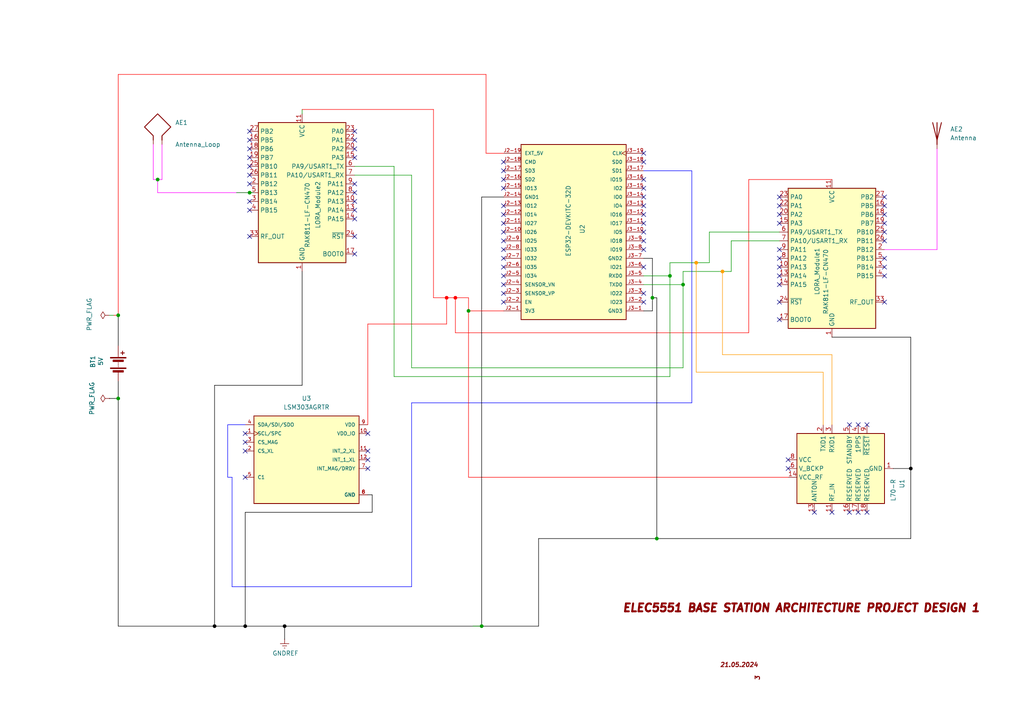
<source format=kicad_sch>
(kicad_sch
	(version 20231120)
	(generator "eeschema")
	(generator_version "8.0")
	(uuid "16ce761c-b3f1-4671-80e7-d1779bbcb9bb")
	(paper "A4")
	(lib_symbols
		(symbol "Device:Battery"
			(pin_numbers hide)
			(pin_names
				(offset 0) hide)
			(exclude_from_sim no)
			(in_bom yes)
			(on_board yes)
			(property "Reference" "BT"
				(at 2.54 2.54 0)
				(effects
					(font
						(size 1.27 1.27)
					)
					(justify left)
				)
			)
			(property "Value" "Battery"
				(at 2.54 0 0)
				(effects
					(font
						(size 1.27 1.27)
					)
					(justify left)
				)
			)
			(property "Footprint" ""
				(at 0 1.524 90)
				(effects
					(font
						(size 1.27 1.27)
					)
					(hide yes)
				)
			)
			(property "Datasheet" "~"
				(at 0 1.524 90)
				(effects
					(font
						(size 1.27 1.27)
					)
					(hide yes)
				)
			)
			(property "Description" "Multiple-cell battery"
				(at 0 0 0)
				(effects
					(font
						(size 1.27 1.27)
					)
					(hide yes)
				)
			)
			(property "ki_keywords" "batt voltage-source cell"
				(at 0 0 0)
				(effects
					(font
						(size 1.27 1.27)
					)
					(hide yes)
				)
			)
			(symbol "Battery_0_1"
				(rectangle
					(start -2.286 -1.27)
					(end 2.286 -1.524)
					(stroke
						(width 0)
						(type default)
					)
					(fill
						(type outline)
					)
				)
				(rectangle
					(start -2.286 1.778)
					(end 2.286 1.524)
					(stroke
						(width 0)
						(type default)
					)
					(fill
						(type outline)
					)
				)
				(rectangle
					(start -1.524 -2.032)
					(end 1.524 -2.54)
					(stroke
						(width 0)
						(type default)
					)
					(fill
						(type outline)
					)
				)
				(rectangle
					(start -1.524 1.016)
					(end 1.524 0.508)
					(stroke
						(width 0)
						(type default)
					)
					(fill
						(type outline)
					)
				)
				(polyline
					(pts
						(xy 0 -1.016) (xy 0 -0.762)
					)
					(stroke
						(width 0)
						(type default)
					)
					(fill
						(type none)
					)
				)
				(polyline
					(pts
						(xy 0 -0.508) (xy 0 -0.254)
					)
					(stroke
						(width 0)
						(type default)
					)
					(fill
						(type none)
					)
				)
				(polyline
					(pts
						(xy 0 0) (xy 0 0.254)
					)
					(stroke
						(width 0)
						(type default)
					)
					(fill
						(type none)
					)
				)
				(polyline
					(pts
						(xy 0 1.778) (xy 0 2.54)
					)
					(stroke
						(width 0)
						(type default)
					)
					(fill
						(type none)
					)
				)
				(polyline
					(pts
						(xy 0.762 3.048) (xy 1.778 3.048)
					)
					(stroke
						(width 0.254)
						(type default)
					)
					(fill
						(type none)
					)
				)
				(polyline
					(pts
						(xy 1.27 3.556) (xy 1.27 2.54)
					)
					(stroke
						(width 0.254)
						(type default)
					)
					(fill
						(type none)
					)
				)
			)
			(symbol "Battery_1_1"
				(pin passive line
					(at 0 5.08 270)
					(length 2.54)
					(name "+"
						(effects
							(font
								(size 1.27 1.27)
							)
						)
					)
					(number "1"
						(effects
							(font
								(size 1.27 1.27)
							)
						)
					)
				)
				(pin passive line
					(at 0 -5.08 90)
					(length 2.54)
					(name "-"
						(effects
							(font
								(size 1.27 1.27)
							)
						)
					)
					(number "2"
						(effects
							(font
								(size 1.27 1.27)
							)
						)
					)
				)
			)
		)
		(symbol "ESP32_MCU:ESP32-DEVKITC-32D"
			(pin_names
				(offset 1.016)
			)
			(exclude_from_sim no)
			(in_bom yes)
			(on_board yes)
			(property "Reference" "U"
				(at -15.2572 26.0643 0)
				(effects
					(font
						(size 1.27 1.27)
					)
					(justify left bottom)
				)
			)
			(property "Value" "ESP32-DEVKITC-32D"
				(at -15.2563 -27.9698 0)
				(effects
					(font
						(size 1.27 1.27)
					)
					(justify left bottom)
				)
			)
			(property "Footprint" "ESP32-DEVKITC-32D:MODULE_ESP32-DEVKITC-32D"
				(at 0 0 0)
				(effects
					(font
						(size 1.27 1.27)
					)
					(justify bottom)
					(hide yes)
				)
			)
			(property "Datasheet" ""
				(at 0 0 0)
				(effects
					(font
						(size 1.27 1.27)
					)
					(hide yes)
				)
			)
			(property "Description" ""
				(at 0 0 0)
				(effects
					(font
						(size 1.27 1.27)
					)
					(hide yes)
				)
			)
			(property "MF" "Espressif Systems"
				(at 0 0 0)
				(effects
					(font
						(size 1.27 1.27)
					)
					(justify bottom)
					(hide yes)
				)
			)
			(property "MAXIMUM_PACKAGE_HEIGHT" "N/A"
				(at 0 0 0)
				(effects
					(font
						(size 1.27 1.27)
					)
					(justify bottom)
					(hide yes)
				)
			)
			(property "Package" "None"
				(at 0 0 0)
				(effects
					(font
						(size 1.27 1.27)
					)
					(justify bottom)
					(hide yes)
				)
			)
			(property "Price" "None"
				(at 0 0 0)
				(effects
					(font
						(size 1.27 1.27)
					)
					(justify bottom)
					(hide yes)
				)
			)
			(property "Check_prices" "https://www.snapeda.com/parts/ESP32-DEVKITC-32D/Espressif+Systems/view-part/?ref=eda"
				(at 0 0 0)
				(effects
					(font
						(size 1.27 1.27)
					)
					(justify bottom)
					(hide yes)
				)
			)
			(property "STANDARD" "Manufacturer Recommendations"
				(at 0 0 0)
				(effects
					(font
						(size 1.27 1.27)
					)
					(justify bottom)
					(hide yes)
				)
			)
			(property "PARTREV" "V4"
				(at 0 0 0)
				(effects
					(font
						(size 1.27 1.27)
					)
					(justify bottom)
					(hide yes)
				)
			)
			(property "SnapEDA_Link" "https://www.snapeda.com/parts/ESP32-DEVKITC-32D/Espressif+Systems/view-part/?ref=snap"
				(at 0 0 0)
				(effects
					(font
						(size 1.27 1.27)
					)
					(justify bottom)
					(hide yes)
				)
			)
			(property "MP" "ESP32-DEVKITC-32D"
				(at 0 0 0)
				(effects
					(font
						(size 1.27 1.27)
					)
					(justify bottom)
					(hide yes)
				)
			)
			(property "Description_1" "\nWiFi Development Tools (802.11) ESP32 General Development Kit, ESP32-WROOM-32D on the board\n"
				(at 0 0 0)
				(effects
					(font
						(size 1.27 1.27)
					)
					(justify bottom)
					(hide yes)
				)
			)
			(property "MANUFACTURER" "Espressif Systems"
				(at 0 0 0)
				(effects
					(font
						(size 1.27 1.27)
					)
					(justify bottom)
					(hide yes)
				)
			)
			(property "Availability" "In Stock"
				(at 0 0 0)
				(effects
					(font
						(size 1.27 1.27)
					)
					(justify bottom)
					(hide yes)
				)
			)
			(property "SNAPEDA_PN" "ESP32-DEVKITC-32D"
				(at 0 0 0)
				(effects
					(font
						(size 1.27 1.27)
					)
					(justify bottom)
					(hide yes)
				)
			)
			(symbol "ESP32-DEVKITC-32D_0_0"
				(rectangle
					(start -15.24 -25.4)
					(end 15.24 25.4)
					(stroke
						(width 0.254)
						(type default)
					)
					(fill
						(type background)
					)
				)
				(pin power_in line
					(at -20.32 22.86 0)
					(length 5.08)
					(name "3V3"
						(effects
							(font
								(size 1.016 1.016)
							)
						)
					)
					(number "J2-1"
						(effects
							(font
								(size 1.016 1.016)
							)
						)
					)
				)
				(pin bidirectional line
					(at -20.32 0 0)
					(length 5.08)
					(name "IO26"
						(effects
							(font
								(size 1.016 1.016)
							)
						)
					)
					(number "J2-10"
						(effects
							(font
								(size 1.016 1.016)
							)
						)
					)
				)
				(pin bidirectional line
					(at -20.32 -2.54 0)
					(length 5.08)
					(name "IO27"
						(effects
							(font
								(size 1.016 1.016)
							)
						)
					)
					(number "J2-11"
						(effects
							(font
								(size 1.016 1.016)
							)
						)
					)
				)
				(pin bidirectional line
					(at -20.32 -5.08 0)
					(length 5.08)
					(name "IO14"
						(effects
							(font
								(size 1.016 1.016)
							)
						)
					)
					(number "J2-12"
						(effects
							(font
								(size 1.016 1.016)
							)
						)
					)
				)
				(pin bidirectional line
					(at -20.32 -7.62 0)
					(length 5.08)
					(name "IO12"
						(effects
							(font
								(size 1.016 1.016)
							)
						)
					)
					(number "J2-13"
						(effects
							(font
								(size 1.016 1.016)
							)
						)
					)
				)
				(pin power_in line
					(at -20.32 -10.16 0)
					(length 5.08)
					(name "GND1"
						(effects
							(font
								(size 1.016 1.016)
							)
						)
					)
					(number "J2-14"
						(effects
							(font
								(size 1.016 1.016)
							)
						)
					)
				)
				(pin bidirectional line
					(at -20.32 -12.7 0)
					(length 5.08)
					(name "IO13"
						(effects
							(font
								(size 1.016 1.016)
							)
						)
					)
					(number "J2-15"
						(effects
							(font
								(size 1.016 1.016)
							)
						)
					)
				)
				(pin bidirectional line
					(at -20.32 -15.24 0)
					(length 5.08)
					(name "SD2"
						(effects
							(font
								(size 1.016 1.016)
							)
						)
					)
					(number "J2-16"
						(effects
							(font
								(size 1.016 1.016)
							)
						)
					)
				)
				(pin bidirectional line
					(at -20.32 -17.78 0)
					(length 5.08)
					(name "SD3"
						(effects
							(font
								(size 1.016 1.016)
							)
						)
					)
					(number "J2-17"
						(effects
							(font
								(size 1.016 1.016)
							)
						)
					)
				)
				(pin bidirectional line
					(at -20.32 -20.32 0)
					(length 5.08)
					(name "CMD"
						(effects
							(font
								(size 1.016 1.016)
							)
						)
					)
					(number "J2-18"
						(effects
							(font
								(size 1.016 1.016)
							)
						)
					)
				)
				(pin power_in line
					(at -20.32 -22.86 0)
					(length 5.08)
					(name "EXT_5V"
						(effects
							(font
								(size 1.016 1.016)
							)
						)
					)
					(number "J2-19"
						(effects
							(font
								(size 1.016 1.016)
							)
						)
					)
				)
				(pin input line
					(at -20.32 20.32 0)
					(length 5.08)
					(name "EN"
						(effects
							(font
								(size 1.016 1.016)
							)
						)
					)
					(number "J2-2"
						(effects
							(font
								(size 1.016 1.016)
							)
						)
					)
				)
				(pin input line
					(at -20.32 17.78 0)
					(length 5.08)
					(name "SENSOR_VP"
						(effects
							(font
								(size 1.016 1.016)
							)
						)
					)
					(number "J2-3"
						(effects
							(font
								(size 1.016 1.016)
							)
						)
					)
				)
				(pin input line
					(at -20.32 15.24 0)
					(length 5.08)
					(name "SENSOR_VN"
						(effects
							(font
								(size 1.016 1.016)
							)
						)
					)
					(number "J2-4"
						(effects
							(font
								(size 1.016 1.016)
							)
						)
					)
				)
				(pin bidirectional line
					(at -20.32 12.7 0)
					(length 5.08)
					(name "IO34"
						(effects
							(font
								(size 1.016 1.016)
							)
						)
					)
					(number "J2-5"
						(effects
							(font
								(size 1.016 1.016)
							)
						)
					)
				)
				(pin bidirectional line
					(at -20.32 10.16 0)
					(length 5.08)
					(name "IO35"
						(effects
							(font
								(size 1.016 1.016)
							)
						)
					)
					(number "J2-6"
						(effects
							(font
								(size 1.016 1.016)
							)
						)
					)
				)
				(pin bidirectional line
					(at -20.32 7.62 0)
					(length 5.08)
					(name "IO32"
						(effects
							(font
								(size 1.016 1.016)
							)
						)
					)
					(number "J2-7"
						(effects
							(font
								(size 1.016 1.016)
							)
						)
					)
				)
				(pin bidirectional line
					(at -20.32 5.08 0)
					(length 5.08)
					(name "IO33"
						(effects
							(font
								(size 1.016 1.016)
							)
						)
					)
					(number "J2-8"
						(effects
							(font
								(size 1.016 1.016)
							)
						)
					)
				)
				(pin bidirectional line
					(at -20.32 2.54 0)
					(length 5.08)
					(name "IO25"
						(effects
							(font
								(size 1.016 1.016)
							)
						)
					)
					(number "J2-9"
						(effects
							(font
								(size 1.016 1.016)
							)
						)
					)
				)
				(pin power_in line
					(at 20.32 22.86 180)
					(length 5.08)
					(name "GND3"
						(effects
							(font
								(size 1.016 1.016)
							)
						)
					)
					(number "J3-1"
						(effects
							(font
								(size 1.016 1.016)
							)
						)
					)
				)
				(pin bidirectional line
					(at 20.32 0 180)
					(length 5.08)
					(name "IO5"
						(effects
							(font
								(size 1.016 1.016)
							)
						)
					)
					(number "J3-10"
						(effects
							(font
								(size 1.016 1.016)
							)
						)
					)
				)
				(pin bidirectional line
					(at 20.32 -2.54 180)
					(length 5.08)
					(name "IO17"
						(effects
							(font
								(size 1.016 1.016)
							)
						)
					)
					(number "J3-11"
						(effects
							(font
								(size 1.016 1.016)
							)
						)
					)
				)
				(pin bidirectional line
					(at 20.32 -5.08 180)
					(length 5.08)
					(name "IO16"
						(effects
							(font
								(size 1.016 1.016)
							)
						)
					)
					(number "J3-12"
						(effects
							(font
								(size 1.016 1.016)
							)
						)
					)
				)
				(pin bidirectional line
					(at 20.32 -7.62 180)
					(length 5.08)
					(name "IO4"
						(effects
							(font
								(size 1.016 1.016)
							)
						)
					)
					(number "J3-13"
						(effects
							(font
								(size 1.016 1.016)
							)
						)
					)
				)
				(pin bidirectional line
					(at 20.32 -10.16 180)
					(length 5.08)
					(name "IO0"
						(effects
							(font
								(size 1.016 1.016)
							)
						)
					)
					(number "J3-14"
						(effects
							(font
								(size 1.016 1.016)
							)
						)
					)
				)
				(pin bidirectional line
					(at 20.32 -12.7 180)
					(length 5.08)
					(name "IO2"
						(effects
							(font
								(size 1.016 1.016)
							)
						)
					)
					(number "J3-15"
						(effects
							(font
								(size 1.016 1.016)
							)
						)
					)
				)
				(pin bidirectional line
					(at 20.32 -15.24 180)
					(length 5.08)
					(name "IO15"
						(effects
							(font
								(size 1.016 1.016)
							)
						)
					)
					(number "J3-16"
						(effects
							(font
								(size 1.016 1.016)
							)
						)
					)
				)
				(pin bidirectional line
					(at 20.32 -17.78 180)
					(length 5.08)
					(name "SD1"
						(effects
							(font
								(size 1.016 1.016)
							)
						)
					)
					(number "J3-17"
						(effects
							(font
								(size 1.016 1.016)
							)
						)
					)
				)
				(pin bidirectional line
					(at 20.32 -20.32 180)
					(length 5.08)
					(name "SD0"
						(effects
							(font
								(size 1.016 1.016)
							)
						)
					)
					(number "J3-18"
						(effects
							(font
								(size 1.016 1.016)
							)
						)
					)
				)
				(pin input clock
					(at 20.32 -22.86 180)
					(length 5.08)
					(name "CLK"
						(effects
							(font
								(size 1.016 1.016)
							)
						)
					)
					(number "J3-19"
						(effects
							(font
								(size 1.016 1.016)
							)
						)
					)
				)
				(pin bidirectional line
					(at 20.32 20.32 180)
					(length 5.08)
					(name "IO23"
						(effects
							(font
								(size 1.016 1.016)
							)
						)
					)
					(number "J3-2"
						(effects
							(font
								(size 1.016 1.016)
							)
						)
					)
				)
				(pin bidirectional line
					(at 20.32 17.78 180)
					(length 5.08)
					(name "IO22"
						(effects
							(font
								(size 1.016 1.016)
							)
						)
					)
					(number "J3-3"
						(effects
							(font
								(size 1.016 1.016)
							)
						)
					)
				)
				(pin output line
					(at 20.32 15.24 180)
					(length 5.08)
					(name "TXD0"
						(effects
							(font
								(size 1.016 1.016)
							)
						)
					)
					(number "J3-4"
						(effects
							(font
								(size 1.016 1.016)
							)
						)
					)
				)
				(pin input line
					(at 20.32 12.7 180)
					(length 5.08)
					(name "RXD0"
						(effects
							(font
								(size 1.016 1.016)
							)
						)
					)
					(number "J3-5"
						(effects
							(font
								(size 1.016 1.016)
							)
						)
					)
				)
				(pin bidirectional line
					(at 20.32 10.16 180)
					(length 5.08)
					(name "IO21"
						(effects
							(font
								(size 1.016 1.016)
							)
						)
					)
					(number "J3-6"
						(effects
							(font
								(size 1.016 1.016)
							)
						)
					)
				)
				(pin power_in line
					(at 20.32 7.62 180)
					(length 5.08)
					(name "GND2"
						(effects
							(font
								(size 1.016 1.016)
							)
						)
					)
					(number "J3-7"
						(effects
							(font
								(size 1.016 1.016)
							)
						)
					)
				)
				(pin bidirectional line
					(at 20.32 5.08 180)
					(length 5.08)
					(name "IO19"
						(effects
							(font
								(size 1.016 1.016)
							)
						)
					)
					(number "J3-8"
						(effects
							(font
								(size 1.016 1.016)
							)
						)
					)
				)
				(pin bidirectional line
					(at 20.32 2.54 180)
					(length 5.08)
					(name "IO18"
						(effects
							(font
								(size 1.016 1.016)
							)
						)
					)
					(number "J3-9"
						(effects
							(font
								(size 1.016 1.016)
							)
						)
					)
				)
			)
		)
		(symbol "LSM303AGRTR:LSM303AGRTR"
			(pin_names
				(offset 1.016)
			)
			(exclude_from_sim no)
			(in_bom yes)
			(on_board yes)
			(property "Reference" "U"
				(at -15.2989 13.248 0)
				(effects
					(font
						(size 1.27 1.27)
					)
					(justify left bottom)
				)
			)
			(property "Value" "LSM303AGRTR"
				(at -15.2865 -15.0787 0)
				(effects
					(font
						(size 1.27 1.27)
					)
					(justify left bottom)
				)
			)
			(property "Footprint" "LSM303AGRTR:LGA12R50P_200X200X100"
				(at 0 0 0)
				(effects
					(font
						(size 1.27 1.27)
					)
					(justify bottom)
					(hide yes)
				)
			)
			(property "Datasheet" ""
				(at 0 0 0)
				(effects
					(font
						(size 1.27 1.27)
					)
					(hide yes)
				)
			)
			(property "Description" ""
				(at 0 0 0)
				(effects
					(font
						(size 1.27 1.27)
					)
					(hide yes)
				)
			)
			(property "MF" "STMicroelectronics"
				(at 0 0 0)
				(effects
					(font
						(size 1.27 1.27)
					)
					(justify bottom)
					(hide yes)
				)
			)
			(property "DESCRIPTION" "Ultra-compact high-performance e-compass 3D accelerometer and 3D magnetometer module"
				(at 0 0 0)
				(effects
					(font
						(size 1.27 1.27)
					)
					(justify bottom)
					(hide yes)
				)
			)
			(property "PACKAGE" "LGA-12 STMicroelectronics"
				(at 0 0 0)
				(effects
					(font
						(size 1.27 1.27)
					)
					(justify bottom)
					(hide yes)
				)
			)
			(property "PRICE" "1.79 USD"
				(at 0 0 0)
				(effects
					(font
						(size 1.27 1.27)
					)
					(justify bottom)
					(hide yes)
				)
			)
			(property "Package" "LGA-12 STMicroelectronics"
				(at 0 0 0)
				(effects
					(font
						(size 1.27 1.27)
					)
					(justify bottom)
					(hide yes)
				)
			)
			(property "Check_prices" "https://www.snapeda.com/parts/LSM303AGRTR/STMicroelectronics/view-part/?ref=eda"
				(at 0 0 0)
				(effects
					(font
						(size 1.27 1.27)
					)
					(justify bottom)
					(hide yes)
				)
			)
			(property "Price" "None"
				(at 0 0 0)
				(effects
					(font
						(size 1.27 1.27)
					)
					(justify bottom)
					(hide yes)
				)
			)
			(property "SnapEDA_Link" "https://www.snapeda.com/parts/LSM303AGRTR/STMicroelectronics/view-part/?ref=snap"
				(at 0 0 0)
				(effects
					(font
						(size 1.27 1.27)
					)
					(justify bottom)
					(hide yes)
				)
			)
			(property "MP" "LSM303AGRTR"
				(at 0 0 0)
				(effects
					(font
						(size 1.27 1.27)
					)
					(justify bottom)
					(hide yes)
				)
			)
			(property "Purchase-URL" "https://www.snapeda.com/api/url_track_click_mouser/?unipart_id=491952&manufacturer=STMicroelectronics&part_name=LSM303AGRTR&search_term=None"
				(at 0 0 0)
				(effects
					(font
						(size 1.27 1.27)
					)
					(justify bottom)
					(hide yes)
				)
			)
			(property "Description_1" "\nAccelerometer, Magnetometer, Temperature, 6 Axis Sensor I2C, SPI Output\n"
				(at 0 0 0)
				(effects
					(font
						(size 1.27 1.27)
					)
					(justify bottom)
					(hide yes)
				)
			)
			(property "Availability" "In Stock"
				(at 0 0 0)
				(effects
					(font
						(size 1.27 1.27)
					)
					(justify bottom)
					(hide yes)
				)
			)
			(property "AVAILABILITY" "Good"
				(at 0 0 0)
				(effects
					(font
						(size 1.27 1.27)
					)
					(justify bottom)
					(hide yes)
				)
			)
			(property "MANUFACTURER" "STMicroelectronics"
				(at 0 0 0)
				(effects
					(font
						(size 1.27 1.27)
					)
					(justify bottom)
					(hide yes)
				)
			)
			(symbol "LSM303AGRTR_0_0"
				(rectangle
					(start -15.24 -12.7)
					(end 15.24 12.7)
					(stroke
						(width 0.254)
						(type default)
					)
					(fill
						(type background)
					)
				)
				(pin bidirectional clock
					(at -17.78 7.62 0)
					(length 2.54)
					(name "SCL/SPC"
						(effects
							(font
								(size 1.016 1.016)
							)
						)
					)
					(number "1"
						(effects
							(font
								(size 1.016 1.016)
							)
						)
					)
				)
				(pin power_in line
					(at 17.78 7.62 180)
					(length 2.54)
					(name "VDD_IO"
						(effects
							(font
								(size 1.016 1.016)
							)
						)
					)
					(number "10"
						(effects
							(font
								(size 1.016 1.016)
							)
						)
					)
				)
				(pin output line
					(at 17.78 2.54 180)
					(length 2.54)
					(name "INT_2_XL"
						(effects
							(font
								(size 1.016 1.016)
							)
						)
					)
					(number "11"
						(effects
							(font
								(size 1.016 1.016)
							)
						)
					)
				)
				(pin output line
					(at 17.78 0 180)
					(length 2.54)
					(name "INT_1_XL"
						(effects
							(font
								(size 1.016 1.016)
							)
						)
					)
					(number "12"
						(effects
							(font
								(size 1.016 1.016)
							)
						)
					)
				)
				(pin input line
					(at -17.78 2.54 0)
					(length 2.54)
					(name "CS_XL"
						(effects
							(font
								(size 1.016 1.016)
							)
						)
					)
					(number "2"
						(effects
							(font
								(size 1.016 1.016)
							)
						)
					)
				)
				(pin input line
					(at -17.78 5.08 0)
					(length 2.54)
					(name "CS_MAG"
						(effects
							(font
								(size 1.016 1.016)
							)
						)
					)
					(number "3"
						(effects
							(font
								(size 1.016 1.016)
							)
						)
					)
				)
				(pin bidirectional line
					(at -17.78 10.16 0)
					(length 2.54)
					(name "SDA/SDI/SDO"
						(effects
							(font
								(size 1.016 1.016)
							)
						)
					)
					(number "4"
						(effects
							(font
								(size 1.016 1.016)
							)
						)
					)
				)
				(pin passive line
					(at -17.78 -5.08 0)
					(length 2.54)
					(name "C1"
						(effects
							(font
								(size 1.016 1.016)
							)
						)
					)
					(number "5"
						(effects
							(font
								(size 1.016 1.016)
							)
						)
					)
				)
				(pin power_in line
					(at 17.78 -10.16 180)
					(length 2.54)
					(name "GND"
						(effects
							(font
								(size 1.016 1.016)
							)
						)
					)
					(number "6"
						(effects
							(font
								(size 1.016 1.016)
							)
						)
					)
				)
				(pin output line
					(at 17.78 -2.54 180)
					(length 2.54)
					(name "INT_MAG/DRDY"
						(effects
							(font
								(size 1.016 1.016)
							)
						)
					)
					(number "7"
						(effects
							(font
								(size 1.016 1.016)
							)
						)
					)
				)
				(pin power_in line
					(at 17.78 -10.16 180)
					(length 2.54)
					(name "GND"
						(effects
							(font
								(size 1.016 1.016)
							)
						)
					)
					(number "8"
						(effects
							(font
								(size 1.016 1.016)
							)
						)
					)
				)
				(pin power_in line
					(at 17.78 10.16 180)
					(length 2.54)
					(name "VDD"
						(effects
							(font
								(size 1.016 1.016)
							)
						)
					)
					(number "9"
						(effects
							(font
								(size 1.016 1.016)
							)
						)
					)
				)
			)
		)
		(symbol "RF_GPS:L70-R"
			(exclude_from_sim no)
			(in_bom yes)
			(on_board yes)
			(property "Reference" "U"
				(at -10.16 13.97 0)
				(effects
					(font
						(size 1.27 1.27)
					)
					(justify left)
				)
			)
			(property "Value" "L70-R"
				(at 10.16 13.97 0)
				(effects
					(font
						(size 1.27 1.27)
					)
					(justify right)
				)
			)
			(property "Footprint" "RF_GPS:Quectel_L70-R"
				(at 0 -26.67 0)
				(effects
					(font
						(size 1.27 1.27)
					)
					(hide yes)
				)
			)
			(property "Datasheet" "https://www.quectel.com/product/gps-only-l70-r"
				(at 0 -30.48 0)
				(effects
					(font
						(size 1.27 1.27)
					)
					(hide yes)
				)
			)
			(property "Description" "Quectel GPS Module"
				(at 0 0 0)
				(effects
					(font
						(size 1.27 1.27)
					)
					(hide yes)
				)
			)
			(property "ki_keywords" "quectel GPS GNSS module"
				(at 0 0 0)
				(effects
					(font
						(size 1.27 1.27)
					)
					(hide yes)
				)
			)
			(property "ki_fp_filters" "Quectel*L70*R*"
				(at 0 0 0)
				(effects
					(font
						(size 1.27 1.27)
					)
					(hide yes)
				)
			)
			(symbol "L70-R_0_1"
				(rectangle
					(start -10.16 12.7)
					(end 10.16 -12.7)
					(stroke
						(width 0.254)
						(type default)
					)
					(fill
						(type background)
					)
				)
			)
			(symbol "L70-R_1_1"
				(pin power_in line
					(at 0 -15.24 90)
					(length 2.54)
					(name "GND"
						(effects
							(font
								(size 1.27 1.27)
							)
						)
					)
					(number "1"
						(effects
							(font
								(size 1.27 1.27)
							)
						)
					)
				)
				(pin passive line
					(at 0 -15.24 90)
					(length 2.54) hide
					(name "GND"
						(effects
							(font
								(size 1.27 1.27)
							)
						)
					)
					(number "10"
						(effects
							(font
								(size 1.27 1.27)
							)
						)
					)
				)
				(pin input line
					(at -12.7 2.54 0)
					(length 2.54)
					(name "RF_IN"
						(effects
							(font
								(size 1.27 1.27)
							)
						)
					)
					(number "11"
						(effects
							(font
								(size 1.27 1.27)
							)
						)
					)
				)
				(pin passive line
					(at 0 -15.24 90)
					(length 2.54) hide
					(name "GND"
						(effects
							(font
								(size 1.27 1.27)
							)
						)
					)
					(number "12"
						(effects
							(font
								(size 1.27 1.27)
							)
						)
					)
				)
				(pin output line
					(at -12.7 7.62 0)
					(length 2.54)
					(name "ANTON"
						(effects
							(font
								(size 1.27 1.27)
							)
						)
					)
					(number "13"
						(effects
							(font
								(size 1.27 1.27)
							)
						)
					)
				)
				(pin power_out line
					(at -2.54 15.24 270)
					(length 2.54)
					(name "VCC_RF"
						(effects
							(font
								(size 1.27 1.27)
							)
						)
					)
					(number "14"
						(effects
							(font
								(size 1.27 1.27)
							)
						)
					)
				)
				(pin no_connect line
					(at -10.16 0 0)
					(length 2.54) hide
					(name "NC"
						(effects
							(font
								(size 1.27 1.27)
							)
						)
					)
					(number "15"
						(effects
							(font
								(size 1.27 1.27)
							)
						)
					)
				)
				(pin passive line
					(at -12.7 -2.54 0)
					(length 2.54)
					(name "RESERVED"
						(effects
							(font
								(size 1.27 1.27)
							)
						)
					)
					(number "16"
						(effects
							(font
								(size 1.27 1.27)
							)
						)
					)
				)
				(pin passive line
					(at -12.7 -5.08 0)
					(length 2.54)
					(name "RESERVED"
						(effects
							(font
								(size 1.27 1.27)
							)
						)
					)
					(number "17"
						(effects
							(font
								(size 1.27 1.27)
							)
						)
					)
				)
				(pin passive line
					(at -12.7 -7.62 0)
					(length 2.54)
					(name "RESERVED"
						(effects
							(font
								(size 1.27 1.27)
							)
						)
					)
					(number "18"
						(effects
							(font
								(size 1.27 1.27)
							)
						)
					)
				)
				(pin output line
					(at 12.7 5.08 180)
					(length 2.54)
					(name "TXD1"
						(effects
							(font
								(size 1.27 1.27)
							)
						)
					)
					(number "2"
						(effects
							(font
								(size 1.27 1.27)
							)
						)
					)
				)
				(pin input line
					(at 12.7 2.54 180)
					(length 2.54)
					(name "RXD1"
						(effects
							(font
								(size 1.27 1.27)
							)
						)
					)
					(number "3"
						(effects
							(font
								(size 1.27 1.27)
							)
						)
					)
				)
				(pin output line
					(at 12.7 -5.08 180)
					(length 2.54)
					(name "1PPS"
						(effects
							(font
								(size 1.27 1.27)
							)
						)
					)
					(number "4"
						(effects
							(font
								(size 1.27 1.27)
							)
						)
					)
				)
				(pin input line
					(at 12.7 -2.54 180)
					(length 2.54)
					(name "STANDBY"
						(effects
							(font
								(size 1.27 1.27)
							)
						)
					)
					(number "5"
						(effects
							(font
								(size 1.27 1.27)
							)
						)
					)
				)
				(pin power_in line
					(at 0 15.24 270)
					(length 2.54)
					(name "V_BCKP"
						(effects
							(font
								(size 1.27 1.27)
							)
						)
					)
					(number "6"
						(effects
							(font
								(size 1.27 1.27)
							)
						)
					)
				)
				(pin no_connect line
					(at 10.16 0 180)
					(length 2.54) hide
					(name "NC"
						(effects
							(font
								(size 1.27 1.27)
							)
						)
					)
					(number "7"
						(effects
							(font
								(size 1.27 1.27)
							)
						)
					)
				)
				(pin power_in line
					(at 2.54 15.24 270)
					(length 2.54)
					(name "VCC"
						(effects
							(font
								(size 1.27 1.27)
							)
						)
					)
					(number "8"
						(effects
							(font
								(size 1.27 1.27)
							)
						)
					)
				)
				(pin input line
					(at 12.7 -7.62 180)
					(length 2.54)
					(name "~{RESET}"
						(effects
							(font
								(size 1.27 1.27)
							)
						)
					)
					(number "9"
						(effects
							(font
								(size 1.27 1.27)
							)
						)
					)
				)
			)
		)
		(symbol "RF_Module:RAK811-LF-CN470"
			(exclude_from_sim no)
			(in_bom yes)
			(on_board yes)
			(property "Reference" "U"
				(at 0 31.75 0)
				(effects
					(font
						(size 1.27 1.27)
					)
				)
			)
			(property "Value" "RAK811-LF-CN470"
				(at 0 27.94 0)
				(effects
					(font
						(size 1.27 1.27)
					)
				)
			)
			(property "Footprint" "RF_Module:RAK811"
				(at -11.43 31.75 0)
				(effects
					(font
						(size 1.27 1.27)
					)
					(hide yes)
				)
			)
			(property "Datasheet" "https://downloads.rakwireless.com/LoRa/RAK811/Hardware_Specification/RAK811_LoRa_Module_Datasheet_V1.4.pdf"
				(at -11.43 31.75 0)
				(effects
					(font
						(size 1.27 1.27)
					)
					(hide yes)
				)
			)
			(property "Description" "LoRa Module, STM32L151, CN470, RAKwireless"
				(at 0 0 0)
				(effects
					(font
						(size 1.27 1.27)
					)
					(hide yes)
				)
			)
			(property "ki_keywords" "IoT LoRa LoRaWAN RF"
				(at 0 0 0)
				(effects
					(font
						(size 1.27 1.27)
					)
					(hide yes)
				)
			)
			(property "ki_fp_filters" "RAK811*"
				(at 0 0 0)
				(effects
					(font
						(size 1.27 1.27)
					)
					(hide yes)
				)
			)
			(symbol "RAK811-LF-CN470_0_0"
				(pin power_in line
					(at 0 -22.86 90)
					(length 2.54)
					(name "GND"
						(effects
							(font
								(size 1.27 1.27)
							)
						)
					)
					(number "1"
						(effects
							(font
								(size 1.27 1.27)
							)
						)
					)
				)
				(pin bidirectional line
					(at -15.24 -2.54 0)
					(length 2.54)
					(name "PA13"
						(effects
							(font
								(size 1.27 1.27)
							)
						)
					)
					(number "10"
						(effects
							(font
								(size 1.27 1.27)
							)
						)
					)
				)
				(pin power_in line
					(at 0 22.86 270)
					(length 2.54)
					(name "VCC"
						(effects
							(font
								(size 1.27 1.27)
							)
						)
					)
					(number "11"
						(effects
							(font
								(size 1.27 1.27)
							)
						)
					)
				)
				(pin passive line
					(at 0 -22.86 90)
					(length 2.54) hide
					(name "GND"
						(effects
							(font
								(size 1.27 1.27)
							)
						)
					)
					(number "12"
						(effects
							(font
								(size 1.27 1.27)
							)
						)
					)
				)
				(pin bidirectional line
					(at -15.24 -5.08 0)
					(length 2.54)
					(name "PA14"
						(effects
							(font
								(size 1.27 1.27)
							)
						)
					)
					(number "13"
						(effects
							(font
								(size 1.27 1.27)
							)
						)
					)
				)
				(pin bidirectional line
					(at -15.24 -7.62 0)
					(length 2.54)
					(name "PA15"
						(effects
							(font
								(size 1.27 1.27)
							)
						)
					)
					(number "14"
						(effects
							(font
								(size 1.27 1.27)
							)
						)
					)
				)
				(pin bidirectional line
					(at -15.24 10.16 0)
					(length 2.54)
					(name "PA3"
						(effects
							(font
								(size 1.27 1.27)
							)
						)
					)
					(number "15"
						(effects
							(font
								(size 1.27 1.27)
							)
						)
					)
				)
				(pin bidirectional line
					(at 15.24 15.24 180)
					(length 2.54)
					(name "PB5"
						(effects
							(font
								(size 1.27 1.27)
							)
						)
					)
					(number "16"
						(effects
							(font
								(size 1.27 1.27)
							)
						)
					)
				)
				(pin input line
					(at -15.24 -17.78 0)
					(length 2.54)
					(name "BOOT0"
						(effects
							(font
								(size 1.27 1.27)
							)
						)
					)
					(number "17"
						(effects
							(font
								(size 1.27 1.27)
							)
						)
					)
				)
				(pin bidirectional line
					(at 15.24 12.7 180)
					(length 2.54)
					(name "PB6"
						(effects
							(font
								(size 1.27 1.27)
							)
						)
					)
					(number "18"
						(effects
							(font
								(size 1.27 1.27)
							)
						)
					)
				)
				(pin bidirectional line
					(at 15.24 10.16 180)
					(length 2.54)
					(name "PB7"
						(effects
							(font
								(size 1.27 1.27)
							)
						)
					)
					(number "19"
						(effects
							(font
								(size 1.27 1.27)
							)
						)
					)
				)
				(pin bidirectional line
					(at 15.24 2.54 180)
					(length 2.54)
					(name "PB12"
						(effects
							(font
								(size 1.27 1.27)
							)
						)
					)
					(number "2"
						(effects
							(font
								(size 1.27 1.27)
							)
						)
					)
				)
				(pin bidirectional line
					(at -15.24 12.7 0)
					(length 2.54)
					(name "PA2"
						(effects
							(font
								(size 1.27 1.27)
							)
						)
					)
					(number "20"
						(effects
							(font
								(size 1.27 1.27)
							)
						)
					)
				)
				(pin passive line
					(at 0 -22.86 90)
					(length 2.54) hide
					(name "GND"
						(effects
							(font
								(size 1.27 1.27)
							)
						)
					)
					(number "21"
						(effects
							(font
								(size 1.27 1.27)
							)
						)
					)
				)
				(pin bidirectional line
					(at -15.24 15.24 0)
					(length 2.54)
					(name "PA1"
						(effects
							(font
								(size 1.27 1.27)
							)
						)
					)
					(number "22"
						(effects
							(font
								(size 1.27 1.27)
							)
						)
					)
				)
				(pin bidirectional line
					(at -15.24 17.78 0)
					(length 2.54)
					(name "PA0"
						(effects
							(font
								(size 1.27 1.27)
							)
						)
					)
					(number "23"
						(effects
							(font
								(size 1.27 1.27)
							)
						)
					)
				)
				(pin input line
					(at -15.24 -12.7 0)
					(length 2.54)
					(name "~{RST}"
						(effects
							(font
								(size 1.27 1.27)
							)
						)
					)
					(number "24"
						(effects
							(font
								(size 1.27 1.27)
							)
						)
					)
				)
				(pin bidirectional line
					(at 15.24 7.62 180)
					(length 2.54)
					(name "PB10"
						(effects
							(font
								(size 1.27 1.27)
							)
						)
					)
					(number "25"
						(effects
							(font
								(size 1.27 1.27)
							)
						)
					)
				)
				(pin bidirectional line
					(at 15.24 5.08 180)
					(length 2.54)
					(name "PB11"
						(effects
							(font
								(size 1.27 1.27)
							)
						)
					)
					(number "26"
						(effects
							(font
								(size 1.27 1.27)
							)
						)
					)
				)
				(pin bidirectional line
					(at 15.24 17.78 180)
					(length 2.54)
					(name "PB2"
						(effects
							(font
								(size 1.27 1.27)
							)
						)
					)
					(number "27"
						(effects
							(font
								(size 1.27 1.27)
							)
						)
					)
				)
				(pin passive line
					(at 0 -22.86 90)
					(length 2.54) hide
					(name "GND"
						(effects
							(font
								(size 1.27 1.27)
							)
						)
					)
					(number "28"
						(effects
							(font
								(size 1.27 1.27)
							)
						)
					)
				)
				(pin passive line
					(at 0 -22.86 90)
					(length 2.54) hide
					(name "GND"
						(effects
							(font
								(size 1.27 1.27)
							)
						)
					)
					(number "29"
						(effects
							(font
								(size 1.27 1.27)
							)
						)
					)
				)
				(pin bidirectional line
					(at 15.24 -2.54 180)
					(length 2.54)
					(name "PB14"
						(effects
							(font
								(size 1.27 1.27)
							)
						)
					)
					(number "3"
						(effects
							(font
								(size 1.27 1.27)
							)
						)
					)
				)
				(pin passive line
					(at 0 -22.86 90)
					(length 2.54) hide
					(name "GND"
						(effects
							(font
								(size 1.27 1.27)
							)
						)
					)
					(number "30"
						(effects
							(font
								(size 1.27 1.27)
							)
						)
					)
				)
				(pin passive line
					(at 0 -22.86 90)
					(length 2.54) hide
					(name "GND"
						(effects
							(font
								(size 1.27 1.27)
							)
						)
					)
					(number "31"
						(effects
							(font
								(size 1.27 1.27)
							)
						)
					)
				)
				(pin passive line
					(at 0 -22.86 90)
					(length 2.54) hide
					(name "GND"
						(effects
							(font
								(size 1.27 1.27)
							)
						)
					)
					(number "32"
						(effects
							(font
								(size 1.27 1.27)
							)
						)
					)
				)
				(pin passive line
					(at 15.24 -12.7 180)
					(length 2.54)
					(name "RF_OUT"
						(effects
							(font
								(size 1.27 1.27)
							)
						)
					)
					(number "33"
						(effects
							(font
								(size 1.27 1.27)
							)
						)
					)
				)
				(pin passive line
					(at 0 -22.86 90)
					(length 2.54) hide
					(name "GND"
						(effects
							(font
								(size 1.27 1.27)
							)
						)
					)
					(number "34"
						(effects
							(font
								(size 1.27 1.27)
							)
						)
					)
				)
				(pin bidirectional line
					(at 15.24 -5.08 180)
					(length 2.54)
					(name "PB15"
						(effects
							(font
								(size 1.27 1.27)
							)
						)
					)
					(number "4"
						(effects
							(font
								(size 1.27 1.27)
							)
						)
					)
				)
				(pin bidirectional line
					(at 15.24 0 180)
					(length 2.54)
					(name "PB13"
						(effects
							(font
								(size 1.27 1.27)
							)
						)
					)
					(number "5"
						(effects
							(font
								(size 1.27 1.27)
							)
						)
					)
				)
				(pin bidirectional line
					(at -15.24 7.62 0)
					(length 2.54)
					(name "PA9/USART1_TX"
						(effects
							(font
								(size 1.27 1.27)
							)
						)
					)
					(number "6"
						(effects
							(font
								(size 1.27 1.27)
							)
						)
					)
				)
				(pin bidirectional line
					(at -15.24 5.08 0)
					(length 2.54)
					(name "PA10/USART1_RX"
						(effects
							(font
								(size 1.27 1.27)
							)
						)
					)
					(number "7"
						(effects
							(font
								(size 1.27 1.27)
							)
						)
					)
				)
				(pin bidirectional line
					(at -15.24 0 0)
					(length 2.54)
					(name "PA12"
						(effects
							(font
								(size 1.27 1.27)
							)
						)
					)
					(number "8"
						(effects
							(font
								(size 1.27 1.27)
							)
						)
					)
				)
				(pin bidirectional line
					(at -15.24 2.54 0)
					(length 2.54)
					(name "PA11"
						(effects
							(font
								(size 1.27 1.27)
							)
						)
					)
					(number "9"
						(effects
							(font
								(size 1.27 1.27)
							)
						)
					)
				)
			)
			(symbol "RAK811-LF-CN470_0_1"
				(rectangle
					(start 12.7 -20.32)
					(end -12.7 20.32)
					(stroke
						(width 0.254)
						(type default)
					)
					(fill
						(type background)
					)
				)
			)
		)
		(symbol "antenna:Antenna"
			(pin_numbers hide)
			(pin_names
				(offset 1.016) hide)
			(exclude_from_sim no)
			(in_bom yes)
			(on_board yes)
			(property "Reference" "AE"
				(at -1.905 1.905 0)
				(effects
					(font
						(size 1.27 1.27)
					)
					(justify right)
				)
			)
			(property "Value" "Antenna"
				(at -1.905 0 0)
				(effects
					(font
						(size 1.27 1.27)
					)
					(justify right)
				)
			)
			(property "Footprint" ""
				(at 0 0 0)
				(effects
					(font
						(size 1.27 1.27)
					)
					(hide yes)
				)
			)
			(property "Datasheet" "~"
				(at 0 0 0)
				(effects
					(font
						(size 1.27 1.27)
					)
					(hide yes)
				)
			)
			(property "Description" "Antenna"
				(at 0 0 0)
				(effects
					(font
						(size 1.27 1.27)
					)
					(hide yes)
				)
			)
			(property "ki_keywords" "antenna"
				(at 0 0 0)
				(effects
					(font
						(size 1.27 1.27)
					)
					(hide yes)
				)
			)
			(symbol "Antenna_0_1"
				(polyline
					(pts
						(xy 0 2.54) (xy 0 -3.81)
					)
					(stroke
						(width 0.254)
						(type default)
					)
					(fill
						(type none)
					)
				)
				(polyline
					(pts
						(xy 1.27 2.54) (xy 0 -2.54) (xy -1.27 2.54)
					)
					(stroke
						(width 0.254)
						(type default)
					)
					(fill
						(type none)
					)
				)
			)
			(symbol "Antenna_1_1"
				(pin input line
					(at 0 -5.08 90)
					(length 2.54)
					(name "A"
						(effects
							(font
								(size 1.27 1.27)
							)
						)
					)
					(number "1"
						(effects
							(font
								(size 1.27 1.27)
							)
						)
					)
				)
			)
		)
		(symbol "antenna_loop:Antenna_Loop"
			(pin_numbers hide)
			(pin_names
				(offset 1.016) hide)
			(exclude_from_sim no)
			(in_bom yes)
			(on_board yes)
			(property "Reference" "AE"
				(at 1.27 6.35 0)
				(effects
					(font
						(size 1.27 1.27)
					)
				)
			)
			(property "Value" "Antenna_Loop"
				(at 1.27 5.08 0)
				(effects
					(font
						(size 1.27 1.27)
					)
				)
			)
			(property "Footprint" ""
				(at 0 0 0)
				(effects
					(font
						(size 1.27 1.27)
					)
					(hide yes)
				)
			)
			(property "Datasheet" "~"
				(at 0 0 0)
				(effects
					(font
						(size 1.27 1.27)
					)
					(hide yes)
				)
			)
			(property "Description" "Loop antenna"
				(at 0 0 0)
				(effects
					(font
						(size 1.27 1.27)
					)
					(hide yes)
				)
			)
			(property "ki_keywords" "loop antenna"
				(at 0 0 0)
				(effects
					(font
						(size 1.27 1.27)
					)
					(hide yes)
				)
			)
			(symbol "Antenna_Loop_0_1"
				(polyline
					(pts
						(xy 2.54 -3.81) (xy 2.54 -2.54) (xy 5.08 0) (xy 1.27 3.81) (xy -2.54 0) (xy 0 -2.54) (xy 0 -3.81)
					)
					(stroke
						(width 0.254)
						(type default)
					)
					(fill
						(type none)
					)
				)
			)
			(symbol "Antenna_Loop_1_1"
				(pin input line
					(at 0 -5.08 90)
					(length 2.54)
					(name "~"
						(effects
							(font
								(size 1.27 1.27)
							)
						)
					)
					(number "1"
						(effects
							(font
								(size 1.27 1.27)
							)
						)
					)
				)
				(pin input line
					(at 2.54 -5.08 90)
					(length 2.54)
					(name "~"
						(effects
							(font
								(size 1.27 1.27)
							)
						)
					)
					(number "2"
						(effects
							(font
								(size 1.27 1.27)
							)
						)
					)
				)
			)
		)
		(symbol "power:GNDREF"
			(power)
			(pin_numbers hide)
			(pin_names
				(offset 0) hide)
			(exclude_from_sim no)
			(in_bom yes)
			(on_board yes)
			(property "Reference" "#PWR"
				(at 0 -6.35 0)
				(effects
					(font
						(size 1.27 1.27)
					)
					(hide yes)
				)
			)
			(property "Value" "GNDREF"
				(at 0 -3.81 0)
				(effects
					(font
						(size 1.27 1.27)
					)
				)
			)
			(property "Footprint" ""
				(at 0 0 0)
				(effects
					(font
						(size 1.27 1.27)
					)
					(hide yes)
				)
			)
			(property "Datasheet" ""
				(at 0 0 0)
				(effects
					(font
						(size 1.27 1.27)
					)
					(hide yes)
				)
			)
			(property "Description" "Power symbol creates a global label with name \"GNDREF\" , reference supply ground"
				(at 0 0 0)
				(effects
					(font
						(size 1.27 1.27)
					)
					(hide yes)
				)
			)
			(property "ki_keywords" "global power"
				(at 0 0 0)
				(effects
					(font
						(size 1.27 1.27)
					)
					(hide yes)
				)
			)
			(symbol "GNDREF_0_1"
				(polyline
					(pts
						(xy -0.635 -1.905) (xy 0.635 -1.905)
					)
					(stroke
						(width 0)
						(type default)
					)
					(fill
						(type none)
					)
				)
				(polyline
					(pts
						(xy -0.127 -2.54) (xy 0.127 -2.54)
					)
					(stroke
						(width 0)
						(type default)
					)
					(fill
						(type none)
					)
				)
				(polyline
					(pts
						(xy 0 -1.27) (xy 0 0)
					)
					(stroke
						(width 0)
						(type default)
					)
					(fill
						(type none)
					)
				)
				(polyline
					(pts
						(xy 1.27 -1.27) (xy -1.27 -1.27)
					)
					(stroke
						(width 0)
						(type default)
					)
					(fill
						(type none)
					)
				)
			)
			(symbol "GNDREF_1_1"
				(pin power_in line
					(at 0 0 270)
					(length 0)
					(name "~"
						(effects
							(font
								(size 1.27 1.27)
							)
						)
					)
					(number "1"
						(effects
							(font
								(size 1.27 1.27)
							)
						)
					)
				)
			)
		)
		(symbol "power:PWR_FLAG"
			(power)
			(pin_numbers hide)
			(pin_names
				(offset 0) hide)
			(exclude_from_sim no)
			(in_bom yes)
			(on_board yes)
			(property "Reference" "#FLG"
				(at 0 1.905 0)
				(effects
					(font
						(size 1.27 1.27)
					)
					(hide yes)
				)
			)
			(property "Value" "PWR_FLAG"
				(at 0 3.81 0)
				(effects
					(font
						(size 1.27 1.27)
					)
				)
			)
			(property "Footprint" ""
				(at 0 0 0)
				(effects
					(font
						(size 1.27 1.27)
					)
					(hide yes)
				)
			)
			(property "Datasheet" "~"
				(at 0 0 0)
				(effects
					(font
						(size 1.27 1.27)
					)
					(hide yes)
				)
			)
			(property "Description" "Special symbol for telling ERC where power comes from"
				(at 0 0 0)
				(effects
					(font
						(size 1.27 1.27)
					)
					(hide yes)
				)
			)
			(property "ki_keywords" "flag power"
				(at 0 0 0)
				(effects
					(font
						(size 1.27 1.27)
					)
					(hide yes)
				)
			)
			(symbol "PWR_FLAG_0_0"
				(pin power_out line
					(at 0 0 90)
					(length 0)
					(name "~"
						(effects
							(font
								(size 1.27 1.27)
							)
						)
					)
					(number "1"
						(effects
							(font
								(size 1.27 1.27)
							)
						)
					)
				)
			)
			(symbol "PWR_FLAG_0_1"
				(polyline
					(pts
						(xy 0 0) (xy 0 1.27) (xy -1.016 1.905) (xy 0 2.54) (xy 1.016 1.905) (xy 0 1.27)
					)
					(stroke
						(width 0)
						(type default)
					)
					(fill
						(type none)
					)
				)
			)
		)
	)
	(junction
		(at 82.55 181.61)
		(diameter 0)
		(color 0 0 0 1)
		(uuid "00b54e59-3449-4aa3-8598-84e57a341b85")
	)
	(junction
		(at 45.72 52.07)
		(diameter 0)
		(color 0 0 0 0)
		(uuid "02ed6696-0c18-441e-a0ef-34894c01af41")
	)
	(junction
		(at 201.93 76.2)
		(diameter 0)
		(color 255 153 0 1)
		(uuid "22ea63c5-58e3-40e8-9ea7-fcdf8ed50c71")
	)
	(junction
		(at 198.12 82.55)
		(diameter 0)
		(color 0 0 0 0)
		(uuid "318efc47-0110-48b6-88e7-274a9c42ff18")
	)
	(junction
		(at 264.16 135.89)
		(diameter 0)
		(color 0 0 0 1)
		(uuid "4cdbf046-9d78-4d7f-aa0c-00c2eb97accb")
	)
	(junction
		(at 72.39 55.88)
		(diameter 0)
		(color 0 0 0 0)
		(uuid "54380e98-e0b1-434b-80f8-35e256aaabfe")
	)
	(junction
		(at 189.23 86.36)
		(diameter 0)
		(color 0 0 0 0)
		(uuid "6e8118e6-da5a-419d-89a4-4c88c46943fe")
	)
	(junction
		(at 34.29 91.44)
		(diameter 0)
		(color 0 0 0 0)
		(uuid "7330226a-b656-491e-8cab-fb64fee6ab82")
	)
	(junction
		(at 194.31 80.01)
		(diameter 0)
		(color 0 0 0 0)
		(uuid "7c74fbe9-a529-45dc-ad46-fd4929e7cd67")
	)
	(junction
		(at 62.23 181.61)
		(diameter 0)
		(color 0 0 0 1)
		(uuid "7d4eee37-8186-417b-afa1-7894f106e6f0")
	)
	(junction
		(at 34.29 115.57)
		(diameter 0)
		(color 0 0 0 0)
		(uuid "81d53eeb-42b8-4caa-bbf5-5c76c014835c")
	)
	(junction
		(at 132.08 86.36)
		(diameter 0)
		(color 255 0 0 1)
		(uuid "880acb7a-5d88-4a84-82cf-f044ed3f881a")
	)
	(junction
		(at 129.54 86.36)
		(diameter 0)
		(color 255 0 0 1)
		(uuid "888a66c3-0178-42f3-91e4-df873a17033d")
	)
	(junction
		(at 190.5 156.21)
		(diameter 0)
		(color 0 0 0 0)
		(uuid "9c75ace6-d340-4921-abe1-7393958e8deb")
	)
	(junction
		(at 139.7 181.61)
		(diameter 0)
		(color 0 0 0 0)
		(uuid "a3544e1d-fe3e-43cf-8643-f2a1fb9e2636")
	)
	(junction
		(at 209.55 78.74)
		(diameter 0)
		(color 255 153 0 1)
		(uuid "a7ae92e1-a999-4fb8-b544-71a5740f59bd")
	)
	(junction
		(at 71.12 181.61)
		(diameter 0)
		(color 0 0 0 1)
		(uuid "abbf87fc-17a3-4016-b564-476afad6c15e")
	)
	(junction
		(at 135.89 90.17)
		(diameter 0)
		(color 0 0 0 0)
		(uuid "dfa72ab3-5f4c-4d7e-991b-051e97dc33dc")
	)
	(no_connect
		(at 72.39 40.64)
		(uuid "0132d0b9-d343-4dc5-859d-b898cf6d280e")
	)
	(no_connect
		(at 146.05 54.61)
		(uuid "02ad6edb-ee7c-46f0-a4ed-0140a25789fe")
	)
	(no_connect
		(at 248.92 148.59)
		(uuid "03884055-482f-429b-9833-8f99de1469b1")
	)
	(no_connect
		(at 186.69 46.99)
		(uuid "052cee23-700a-4dd8-bb5f-6029d6bfa92e")
	)
	(no_connect
		(at 72.39 60.96)
		(uuid "074fe31f-39cc-4bb7-8153-55f96604b27e")
	)
	(no_connect
		(at 106.68 135.89)
		(uuid "07e60459-8929-40db-9179-e27742cdb7d6")
	)
	(no_connect
		(at 186.69 59.69)
		(uuid "08f4d990-5bad-44fb-ba4c-caa8367beacf")
	)
	(no_connect
		(at 72.39 45.72)
		(uuid "09aa66db-95e9-4387-b77e-1863476b2286")
	)
	(no_connect
		(at 102.87 63.5)
		(uuid "0d821444-fc33-432b-8eb9-83d3c8a699aa")
	)
	(no_connect
		(at 256.54 62.23)
		(uuid "0f9a67fd-18db-426a-8597-0373b7f73e51")
	)
	(no_connect
		(at 186.69 44.45)
		(uuid "109fa296-3526-48e4-9a8f-2b42f48dd099")
	)
	(no_connect
		(at 102.87 58.42)
		(uuid "112f03ba-a600-43d2-b71d-22000baa7ea5")
	)
	(no_connect
		(at 102.87 55.88)
		(uuid "13b77e3d-c0b4-4489-adae-961eebdfd4f3")
	)
	(no_connect
		(at 146.05 62.23)
		(uuid "1acfd264-a38d-4d14-ab1d-8e24b8135513")
	)
	(no_connect
		(at 226.06 74.93)
		(uuid "1c1b8e84-d0c6-43b1-a9e6-749320f9b3a9")
	)
	(no_connect
		(at 186.69 52.07)
		(uuid "20a552ab-eef6-4ff4-9a05-13c60067b46e")
	)
	(no_connect
		(at 146.05 49.53)
		(uuid "2555a49d-5748-473b-9a46-4fe910d0ef82")
	)
	(no_connect
		(at 72.39 48.26)
		(uuid "2591d38f-b4c8-464a-9a11-e46cc15db806")
	)
	(no_connect
		(at 146.05 82.55)
		(uuid "2cf2c306-cb3e-4e18-9830-c0c5634ced95")
	)
	(no_connect
		(at 146.05 69.85)
		(uuid "31ea7da5-3075-4005-ad44-1b7d89b53a90")
	)
	(no_connect
		(at 72.39 38.1)
		(uuid "387d533b-6ef4-474c-91a4-57a656640fc3")
	)
	(no_connect
		(at 186.69 72.39)
		(uuid "3ad24816-9015-4c32-b2f6-5582a237ae2b")
	)
	(no_connect
		(at 256.54 59.69)
		(uuid "3e796991-ed33-48c3-8bd8-53141815107b")
	)
	(no_connect
		(at 236.22 148.59)
		(uuid "3f2dbbdb-264c-4ffc-a785-435c3b0fb1ca")
	)
	(no_connect
		(at 241.3 148.59)
		(uuid "40b4149f-8b70-4d40-8f0a-160c666a30c8")
	)
	(no_connect
		(at 146.05 77.47)
		(uuid "4230097f-9817-4c37-b6e2-5f2bd907cc65")
	)
	(no_connect
		(at 186.69 64.77)
		(uuid "4487b887-569a-483e-ada4-a09091d53381")
	)
	(no_connect
		(at 228.6 133.35)
		(uuid "469c12de-d989-4de2-b820-1a18c9dd2a14")
	)
	(no_connect
		(at 256.54 74.93)
		(uuid "480b3fb4-8e4c-419a-81db-bcf616cbd366")
	)
	(no_connect
		(at 146.05 74.93)
		(uuid "4bae5f19-a558-4e4a-9b0b-5fc5a957fc1a")
	)
	(no_connect
		(at 186.69 67.31)
		(uuid "502c9052-a654-43cf-bf9f-ff3fa9c7691b")
	)
	(no_connect
		(at 256.54 77.47)
		(uuid "508de799-0958-486f-9611-29bfec081c63")
	)
	(no_connect
		(at 102.87 45.72)
		(uuid "542fb05c-28f9-4414-917e-835be5acb0bb")
	)
	(no_connect
		(at 146.05 46.99)
		(uuid "546d1359-078f-4f43-a4f6-58756d1f562d")
	)
	(no_connect
		(at 256.54 64.77)
		(uuid "56237e9d-f107-4b33-b77c-eabe3a2d324f")
	)
	(no_connect
		(at 251.46 148.59)
		(uuid "5ca2bf42-c4c6-449a-84b2-c7354c5aede1")
	)
	(no_connect
		(at 72.39 53.34)
		(uuid "5d916eee-3994-4b73-8996-fc77f4b0a43a")
	)
	(no_connect
		(at 106.68 125.73)
		(uuid "5e458ae5-800e-4bda-bc6f-32a57b8ea87e")
	)
	(no_connect
		(at 102.87 53.34)
		(uuid "5f33cbe1-f5f0-4cea-9362-5e3b5716a89b")
	)
	(no_connect
		(at 186.69 87.63)
		(uuid "63a04ae7-cf1b-4eed-8755-c8d5f723d7ee")
	)
	(no_connect
		(at 248.92 123.19)
		(uuid "64a7083b-8115-450f-9af6-16c45a666973")
	)
	(no_connect
		(at 102.87 73.66)
		(uuid "64b25c1f-4d19-4a75-84af-738d10068d72")
	)
	(no_connect
		(at 102.87 40.64)
		(uuid "64d3129d-aa72-4f25-850a-cedb9d6ccb60")
	)
	(no_connect
		(at 186.69 85.09)
		(uuid "6758a6db-9171-4bc1-86bb-096ba0d9659b")
	)
	(no_connect
		(at 146.05 87.63)
		(uuid "67cf6053-f475-441a-bd5d-c0c4876fd763")
	)
	(no_connect
		(at 71.12 125.73)
		(uuid "68e5fbca-38d5-485f-a1d6-ffd1eacd8d2a")
	)
	(no_connect
		(at 226.06 92.71)
		(uuid "728d3e43-7b92-473f-9037-fe54dda14111")
	)
	(no_connect
		(at 71.12 130.81)
		(uuid "78edd03f-7d50-4e54-9daf-4bf41c7afd9a")
	)
	(no_connect
		(at 186.69 57.15)
		(uuid "7af5c902-9923-4d25-aa38-52ca5621f197")
	)
	(no_connect
		(at 228.6 135.89)
		(uuid "7c19f5b6-eee5-40c7-9e55-9c80f88d3efb")
	)
	(no_connect
		(at 72.39 68.58)
		(uuid "7d0d37df-a252-48c8-ac19-23e662f5e1a5")
	)
	(no_connect
		(at 102.87 43.18)
		(uuid "8df674c2-5bd7-4b9d-ad6f-baa0ef1a8711")
	)
	(no_connect
		(at 186.69 62.23)
		(uuid "8e6630cf-5c9a-49e8-882a-6d9eb7227110")
	)
	(no_connect
		(at 256.54 67.31)
		(uuid "91a53fdd-59a5-4304-8d87-5b31b8244b95")
	)
	(no_connect
		(at 226.06 59.69)
		(uuid "93ee3b2e-b0ba-49f5-ab2e-a94779daf36a")
	)
	(no_connect
		(at 226.06 72.39)
		(uuid "97050976-ca26-4fd9-95d8-899bb5183dc4")
	)
	(no_connect
		(at 106.68 133.35)
		(uuid "97b1d334-f4b6-46c4-8088-16f0fb4388d0")
	)
	(no_connect
		(at 226.06 87.63)
		(uuid "99b8f065-8b15-4fce-a5bd-d17d936773dc")
	)
	(no_connect
		(at 226.06 62.23)
		(uuid "9a92895f-772f-4d10-a24b-8da99562b6d8")
	)
	(no_connect
		(at 226.06 80.01)
		(uuid "9aba105a-1fd1-40c3-ab5f-a4faf61f6d95")
	)
	(no_connect
		(at 256.54 87.63)
		(uuid "9d633f4a-61c7-4ee7-8653-d59c52fd75ca")
	)
	(no_connect
		(at 71.12 138.43)
		(uuid "a0effac0-c92a-47b2-9d9a-65c43ca44c12")
	)
	(no_connect
		(at 146.05 80.01)
		(uuid "a2c19b25-9fa7-43a6-9f48-9301366e28fc")
	)
	(no_connect
		(at 186.69 54.61)
		(uuid "a578d1de-8f04-4fc8-b690-3537a8ee3f94")
	)
	(no_connect
		(at 146.05 85.09)
		(uuid "a85afea1-761b-4ab6-ad21-38d51b6b5938")
	)
	(no_connect
		(at 246.38 148.59)
		(uuid "a9c77faa-b238-479b-9028-50a347b95636")
	)
	(no_connect
		(at 72.39 58.42)
		(uuid "add5fe5d-ef84-4184-8746-054b25bf94f2")
	)
	(no_connect
		(at 146.05 67.31)
		(uuid "b0550823-c44c-4983-9e0e-45f1c4709db9")
	)
	(no_connect
		(at 226.06 57.15)
		(uuid "b0ae2c53-a363-49b0-ba5f-7dd887210497")
	)
	(no_connect
		(at 256.54 69.85)
		(uuid "b35a894a-06c0-4857-80f3-ae2796213e23")
	)
	(no_connect
		(at 256.54 57.15)
		(uuid "b8b063b4-5456-4c08-8c89-cb65ed567e0a")
	)
	(no_connect
		(at 146.05 59.69)
		(uuid "b944ecbf-7b11-4ba4-b7a8-b4b9843e02d4")
	)
	(no_connect
		(at 146.05 64.77)
		(uuid "c75cf081-6da5-430e-b01e-f7d4a64d9ec4")
	)
	(no_connect
		(at 102.87 68.58)
		(uuid "c9d428db-d388-4f98-8ee2-8090e9a053b4")
	)
	(no_connect
		(at 106.68 130.81)
		(uuid "d07e56d0-180e-40bf-a338-e4a8bd60f3c9")
	)
	(no_connect
		(at 102.87 60.96)
		(uuid "d3d51536-c522-4a23-9628-ea930f3419a9")
	)
	(no_connect
		(at 256.54 80.01)
		(uuid "d4ff6750-ac65-4ca7-ae4f-468252ba5789")
	)
	(no_connect
		(at 71.12 128.27)
		(uuid "d52a1acf-888a-4db3-be30-67dadca50763")
	)
	(no_connect
		(at 226.06 64.77)
		(uuid "d60ab42f-07d4-4b91-ba5d-dfa7c967401a")
	)
	(no_connect
		(at 246.38 123.19)
		(uuid "dc07b68d-9117-41c9-90c4-3d058b3d6139")
	)
	(no_connect
		(at 186.69 77.47)
		(uuid "dc643d43-08f9-4ea1-8e02-ac8703cc1c9d")
	)
	(no_connect
		(at 146.05 52.07)
		(uuid "e12a1170-3d26-4f71-870d-acc2bef660da")
	)
	(no_connect
		(at 72.39 43.18)
		(uuid "e373bea3-e6a1-4f15-a633-b952d09df3ef")
	)
	(no_connect
		(at 186.69 69.85)
		(uuid "e9eabdd9-6662-4a04-a765-c91664d6b936")
	)
	(no_connect
		(at 72.39 50.8)
		(uuid "f5094b35-1587-4682-8ad6-b8ca68447603")
	)
	(no_connect
		(at 251.46 123.19)
		(uuid "f54d046f-5962-4af0-b7d5-594ec9b652c0")
	)
	(no_connect
		(at 102.87 38.1)
		(uuid "f7d89bb3-8983-412a-8d45-76e384491ed4")
	)
	(no_connect
		(at 146.05 72.39)
		(uuid "fb30c364-3692-483b-9047-12886109e9bf")
	)
	(no_connect
		(at 226.06 82.55)
		(uuid "fdd90321-c91f-4b9a-9c8c-dbcbdbb3cab5")
	)
	(no_connect
		(at 226.06 77.47)
		(uuid "fe10e059-fcae-48c9-8737-f157549cbbfb")
	)
	(wire
		(pts
			(xy 241.3 52.07) (xy 217.17 52.07)
		)
		(stroke
			(width 0)
			(type default)
			(color 255 0 0 1)
		)
		(uuid "0145d82c-5b24-41a8-a86a-e2d994fb7274")
	)
	(wire
		(pts
			(xy 114.3 48.26) (xy 114.3 109.22)
		)
		(stroke
			(width 0)
			(type default)
		)
		(uuid "0522366f-fa95-47da-b807-4c6474f9188d")
	)
	(wire
		(pts
			(xy 67.31 138.43) (xy 67.31 170.18)
		)
		(stroke
			(width 0)
			(type default)
			(color 0 0 255 1)
		)
		(uuid "0560c743-1d06-4f1e-8ce2-3641277d96c9")
	)
	(wire
		(pts
			(xy 102.87 48.26) (xy 114.3 48.26)
		)
		(stroke
			(width 0)
			(type default)
		)
		(uuid "0573108b-84f3-4102-978d-fb3e84c9c3de")
	)
	(wire
		(pts
			(xy 135.89 90.17) (xy 135.89 138.43)
		)
		(stroke
			(width 0)
			(type default)
			(color 255 0 0 1)
		)
		(uuid "09f367bc-32c7-4b03-95b6-4e299093c09b")
	)
	(wire
		(pts
			(xy 31.75 91.44) (xy 33.02 91.44)
		)
		(stroke
			(width 0)
			(type default)
		)
		(uuid "0d41e72f-4a1e-49f6-b70a-795ebcd8842e")
	)
	(wire
		(pts
			(xy 119.38 170.18) (xy 119.38 116.84)
		)
		(stroke
			(width 0)
			(type default)
			(color 0 0 255 1)
		)
		(uuid "0e26194e-3a0d-42b4-a905-e878d82bd4ae")
	)
	(wire
		(pts
			(xy 44.45 41.91) (xy 44.45 52.07)
		)
		(stroke
			(width 0)
			(type default)
			(color 255 0 255 1)
		)
		(uuid "11466ab7-1d11-460d-b013-fa55f8d150a0")
	)
	(wire
		(pts
			(xy 146.05 57.15) (xy 139.7 57.15)
		)
		(stroke
			(width 0)
			(type default)
			(color 0 0 0 1)
		)
		(uuid "117780bf-8ef7-40e8-935a-5513071b8175")
	)
	(wire
		(pts
			(xy 190.5 156.21) (xy 264.16 156.21)
		)
		(stroke
			(width 0)
			(type default)
			(color 0 0 0 1)
		)
		(uuid "129cc9a4-e71a-42d9-8dc3-7cdcd82d4d36")
	)
	(wire
		(pts
			(xy 34.29 21.59) (xy 140.97 21.59)
		)
		(stroke
			(width 0)
			(type default)
			(color 255 0 0 1)
		)
		(uuid "165c9526-b095-4b51-bd72-8eea4ab23f7b")
	)
	(wire
		(pts
			(xy 205.74 67.31) (xy 226.06 67.31)
		)
		(stroke
			(width 0)
			(type default)
		)
		(uuid "187ba48d-6d6a-4c2b-96aa-55e7618ee33d")
	)
	(wire
		(pts
			(xy 200.66 49.53) (xy 200.66 116.84)
		)
		(stroke
			(width 0)
			(type default)
			(color 0 0 255 1)
		)
		(uuid "18be0722-f79b-4581-9870-29f35e867f70")
	)
	(wire
		(pts
			(xy 82.55 181.61) (xy 139.7 181.61)
		)
		(stroke
			(width 0)
			(type default)
			(color 0 0 0 1)
		)
		(uuid "1ac30fa8-904a-497b-bd9a-14416e3e03b9")
	)
	(wire
		(pts
			(xy 201.93 76.2) (xy 205.74 76.2)
		)
		(stroke
			(width 0)
			(type default)
		)
		(uuid "1e1227ca-baf3-405b-a81a-e97cb9fd0e22")
	)
	(wire
		(pts
			(xy 107.95 148.59) (xy 107.95 143.51)
		)
		(stroke
			(width 0)
			(type default)
			(color 0 0 0 1)
		)
		(uuid "1fbc55c2-c3f2-4d6d-aafb-11c053461858")
	)
	(wire
		(pts
			(xy 271.78 72.39) (xy 271.78 43.18)
		)
		(stroke
			(width 0)
			(type default)
			(color 255 0 255 1)
		)
		(uuid "21bb75c9-0e32-4f68-9f9a-8e8d396fc2eb")
	)
	(wire
		(pts
			(xy 106.68 93.98) (xy 106.68 123.19)
		)
		(stroke
			(width 0)
			(type default)
			(color 255 0 0 1)
		)
		(uuid "283d3a6b-b733-4ca1-8ce5-801baf1f6782")
	)
	(wire
		(pts
			(xy 189.23 86.36) (xy 190.5 86.36)
		)
		(stroke
			(width 0)
			(type default)
			(color 0 0 0 1)
		)
		(uuid "298e8428-9a7f-4049-a6c6-0d312ebbd72f")
	)
	(wire
		(pts
			(xy 241.3 123.19) (xy 241.3 102.87)
		)
		(stroke
			(width 0)
			(type default)
			(color 255 153 0 1)
		)
		(uuid "2dd3e3b6-aee5-434a-9e35-bf18cd8961c6")
	)
	(wire
		(pts
			(xy 186.69 90.17) (xy 189.23 90.17)
		)
		(stroke
			(width 0)
			(type default)
			(color 0 0 0 1)
		)
		(uuid "3200b20a-5bc9-429e-bef1-e1615220a577")
	)
	(wire
		(pts
			(xy 87.63 31.75) (xy 87.63 33.02)
		)
		(stroke
			(width 0)
			(type default)
		)
		(uuid "32ce9990-cf7c-4b65-8fe8-31cd5fe008c5")
	)
	(wire
		(pts
			(xy 201.93 107.95) (xy 201.93 76.2)
		)
		(stroke
			(width 0)
			(type default)
			(color 255 153 0 1)
		)
		(uuid "34f0d4eb-5244-4ba4-bf4d-828e45636171")
	)
	(wire
		(pts
			(xy 46.99 41.91) (xy 46.99 52.07)
		)
		(stroke
			(width 0)
			(type default)
			(color 255 0 255 1)
		)
		(uuid "3735f355-1a9a-4a74-a311-4a4c1a56e271")
	)
	(wire
		(pts
			(xy 34.29 91.44) (xy 34.29 100.33)
		)
		(stroke
			(width 0)
			(type default)
			(color 0 0 0 1)
		)
		(uuid "394b99f4-2808-4594-9e9a-b1ffc1ac9e61")
	)
	(wire
		(pts
			(xy 33.02 91.44) (xy 34.29 91.44)
		)
		(stroke
			(width 0)
			(type default)
			(color 255 0 0 1)
		)
		(uuid "3aaac61c-f0e0-488e-91db-292f4809d97f")
	)
	(wire
		(pts
			(xy 264.16 135.89) (xy 264.16 156.21)
		)
		(stroke
			(width 0)
			(type default)
			(color 0 0 0 1)
		)
		(uuid "3e1b49b8-790c-4201-a31c-de8023f5ca4f")
	)
	(wire
		(pts
			(xy 194.31 109.22) (xy 194.31 80.01)
		)
		(stroke
			(width 0)
			(type default)
		)
		(uuid "3e42edde-11fa-4b15-8f11-3eaf24a5de98")
	)
	(wire
		(pts
			(xy 228.6 138.43) (xy 135.89 138.43)
		)
		(stroke
			(width 0)
			(type default)
			(color 255 0 0 1)
		)
		(uuid "3f1893b2-a103-495e-8869-1eac078ea469")
	)
	(wire
		(pts
			(xy 62.23 111.76) (xy 62.23 181.61)
		)
		(stroke
			(width 0)
			(type default)
			(color 0 0 0 1)
		)
		(uuid "3fdaafa0-d1cc-458e-ba39-b62e1305a7bb")
	)
	(wire
		(pts
			(xy 264.16 97.79) (xy 241.3 97.79)
		)
		(stroke
			(width 0)
			(type default)
			(color 0 0 0 1)
		)
		(uuid "42222b01-43f1-4352-90d5-f59411e377ee")
	)
	(wire
		(pts
			(xy 135.89 90.17) (xy 146.05 90.17)
		)
		(stroke
			(width 0)
			(type default)
			(color 255 0 0 1)
		)
		(uuid "42573c78-f2ac-413f-8c5b-5ed64ea8b5f8")
	)
	(wire
		(pts
			(xy 66.04 138.43) (xy 66.04 123.19)
		)
		(stroke
			(width 0)
			(type default)
			(color 0 0 255 1)
		)
		(uuid "44b8680e-7685-498a-901f-a200f537d183")
	)
	(wire
		(pts
			(xy 217.17 96.52) (xy 132.08 96.52)
		)
		(stroke
			(width 0)
			(type default)
			(color 255 0 0 1)
		)
		(uuid "46e5385e-6806-4dbe-9113-2b290515854e")
	)
	(wire
		(pts
			(xy 125.73 86.36) (xy 129.54 86.36)
		)
		(stroke
			(width 0)
			(type default)
			(color 255 0 0 1)
		)
		(uuid "4cddcef5-5944-4fa9-a3ea-cb5706b320a4")
	)
	(wire
		(pts
			(xy 114.3 109.22) (xy 194.31 109.22)
		)
		(stroke
			(width 0)
			(type default)
		)
		(uuid "4d8ec927-bc9a-4075-a1a0-5c51edf581fd")
	)
	(wire
		(pts
			(xy 71.12 181.61) (xy 82.55 181.61)
		)
		(stroke
			(width 0)
			(type default)
			(color 0 0 0 1)
		)
		(uuid "4feb2c56-f120-41fa-8d1f-6817901088c4")
	)
	(wire
		(pts
			(xy 68.58 55.88) (xy 72.39 55.88)
		)
		(stroke
			(width 0)
			(type default)
		)
		(uuid "50b605da-4484-45d9-828a-973fd93a4715")
	)
	(wire
		(pts
			(xy 205.74 76.2) (xy 205.74 67.31)
		)
		(stroke
			(width 0)
			(type default)
		)
		(uuid "517a4fb1-0bc0-4831-8c63-f244b760a7c0")
	)
	(wire
		(pts
			(xy 45.72 55.88) (xy 72.39 55.88)
		)
		(stroke
			(width 0)
			(type default)
			(color 255 0 255 1)
		)
		(uuid "5185566b-670d-45f4-b462-bcd694c90052")
	)
	(wire
		(pts
			(xy 45.72 52.07) (xy 46.99 52.07)
		)
		(stroke
			(width 0)
			(type default)
			(color 255 0 255 1)
		)
		(uuid "51d5d42c-d735-4685-862f-29fac6c0aa40")
	)
	(wire
		(pts
			(xy 67.31 138.43) (xy 66.04 138.43)
		)
		(stroke
			(width 0)
			(type default)
			(color 0 0 255 1)
		)
		(uuid "56ab4211-396e-4f00-8723-a53e34cd735a")
	)
	(wire
		(pts
			(xy 212.09 69.85) (xy 226.06 69.85)
		)
		(stroke
			(width 0)
			(type default)
		)
		(uuid "5a574e1a-2bfa-4e4f-9bfa-13058b8c78a5")
	)
	(wire
		(pts
			(xy 102.87 50.8) (xy 119.38 50.8)
		)
		(stroke
			(width 0)
			(type default)
		)
		(uuid "5befec5b-8d73-4494-b542-8a5dd70ce552")
	)
	(wire
		(pts
			(xy 241.3 102.87) (xy 209.55 102.87)
		)
		(stroke
			(width 0)
			(type default)
			(color 255 153 0 1)
		)
		(uuid "5e60dda1-dd9c-4acc-bdfb-1ce82ffd61df")
	)
	(wire
		(pts
			(xy 106.68 93.98) (xy 129.54 93.98)
		)
		(stroke
			(width 0)
			(type default)
			(color 255 0 0 1)
		)
		(uuid "5f919b7d-92f2-4504-b75d-ac3d721b1c05")
	)
	(wire
		(pts
			(xy 129.54 86.36) (xy 132.08 86.36)
		)
		(stroke
			(width 0)
			(type default)
			(color 255 0 0 1)
		)
		(uuid "60c37443-d97a-433b-90e1-e8f77fd8eece")
	)
	(wire
		(pts
			(xy 119.38 116.84) (xy 200.66 116.84)
		)
		(stroke
			(width 0)
			(type default)
			(color 0 0 255 1)
		)
		(uuid "6264754e-3d1a-467a-8b5f-7c2ed6943283")
	)
	(wire
		(pts
			(xy 87.63 78.74) (xy 87.63 111.76)
		)
		(stroke
			(width 0)
			(type default)
			(color 0 0 0 1)
		)
		(uuid "66dd3497-c2cc-4f97-a528-28415f1045fd")
	)
	(wire
		(pts
			(xy 132.08 86.36) (xy 135.89 86.36)
		)
		(stroke
			(width 0)
			(type default)
			(color 255 0 0 1)
		)
		(uuid "687c3b65-b662-42d0-b5d0-d148053a67c3")
	)
	(wire
		(pts
			(xy 34.29 181.61) (xy 62.23 181.61)
		)
		(stroke
			(width 0)
			(type default)
			(color 0 0 0 1)
		)
		(uuid "69511536-77db-45c9-994d-cf7e377f3e6f")
	)
	(wire
		(pts
			(xy 140.97 21.59) (xy 140.97 44.45)
		)
		(stroke
			(width 0)
			(type default)
			(color 255 0 0 1)
		)
		(uuid "6e55fd8e-db26-482a-a21d-4f00a8096e5e")
	)
	(wire
		(pts
			(xy 238.76 107.95) (xy 201.93 107.95)
		)
		(stroke
			(width 0)
			(type default)
			(color 255 153 0 1)
		)
		(uuid "6f696172-ffc0-4956-906d-89074aeaaad8")
	)
	(wire
		(pts
			(xy 87.63 31.75) (xy 125.73 31.75)
		)
		(stroke
			(width 0)
			(type default)
			(color 255 0 0 1)
		)
		(uuid "72bf1968-5a92-44c4-a0e8-f6be322584e0")
	)
	(wire
		(pts
			(xy 156.21 181.61) (xy 156.21 156.21)
		)
		(stroke
			(width 0)
			(type default)
			(color 0 0 0 1)
		)
		(uuid "72e740ac-d810-4bcd-ab0a-39caa7232218")
	)
	(wire
		(pts
			(xy 66.04 123.19) (xy 71.12 123.19)
		)
		(stroke
			(width 0)
			(type default)
			(color 0 0 255 1)
		)
		(uuid "7474a483-165e-4e1b-9888-ba65164cee73")
	)
	(wire
		(pts
			(xy 189.23 90.17) (xy 189.23 86.36)
		)
		(stroke
			(width 0)
			(type default)
			(color 0 0 0 1)
		)
		(uuid "74ccb5eb-8c55-4b1c-aa4f-85ceb3718051")
	)
	(wire
		(pts
			(xy 82.55 185.42) (xy 82.55 181.61)
		)
		(stroke
			(width 0)
			(type default)
			(color 0 0 0 1)
		)
		(uuid "74cfc277-6c70-49ac-9983-131548f75d2c")
	)
	(wire
		(pts
			(xy 140.97 44.45) (xy 146.05 44.45)
		)
		(stroke
			(width 0)
			(type default)
			(color 255 0 0 1)
		)
		(uuid "801bd504-831d-4a4c-8236-8013b53be2bc")
	)
	(wire
		(pts
			(xy 31.75 115.57) (xy 34.29 115.57)
		)
		(stroke
			(width 0)
			(type default)
			(color 0 0 0 1)
		)
		(uuid "81abf5ea-f192-4380-b846-5cb7477a0445")
	)
	(wire
		(pts
			(xy 212.09 78.74) (xy 212.09 69.85)
		)
		(stroke
			(width 0)
			(type default)
		)
		(uuid "8243dd09-fc6c-479d-878b-360d6cfcebec")
	)
	(wire
		(pts
			(xy 87.63 111.76) (xy 62.23 111.76)
		)
		(stroke
			(width 0)
			(type default)
			(color 0 0 0 1)
		)
		(uuid "84ca1e76-5c7e-4adb-b014-6770d9bd3562")
	)
	(wire
		(pts
			(xy 34.29 115.57) (xy 34.29 181.61)
		)
		(stroke
			(width 0)
			(type default)
			(color 0 0 0 1)
		)
		(uuid "88464990-3fa3-4825-9606-d6ddb50e8d99")
	)
	(wire
		(pts
			(xy 106.68 143.51) (xy 107.95 143.51)
		)
		(stroke
			(width 0)
			(type default)
			(color 0 0 0 1)
		)
		(uuid "8d8e45d4-7794-45c5-b919-a29d9495cef3")
	)
	(wire
		(pts
			(xy 62.23 181.61) (xy 71.12 181.61)
		)
		(stroke
			(width 0)
			(type default)
			(color 0 0 0 1)
		)
		(uuid "8e3734c8-48e2-40b6-92a7-b35ca41db828")
	)
	(wire
		(pts
			(xy 209.55 102.87) (xy 209.55 78.74)
		)
		(stroke
			(width 0)
			(type default)
			(color 255 153 0 1)
		)
		(uuid "8e399b58-577a-4b1e-a3c3-6f0e47be8e80")
	)
	(wire
		(pts
			(xy 190.5 86.36) (xy 190.5 156.21)
		)
		(stroke
			(width 0)
			(type default)
			(color 0 0 0 1)
		)
		(uuid "90b49797-1b63-435d-a679-2d264a2bb6c7")
	)
	(wire
		(pts
			(xy 139.7 57.15) (xy 139.7 181.61)
		)
		(stroke
			(width 0)
			(type default)
			(color 0 0 0 1)
		)
		(uuid "93d0bfc7-dd85-475f-b149-67d3a9a49923")
	)
	(wire
		(pts
			(xy 264.16 135.89) (xy 259.08 135.89)
		)
		(stroke
			(width 0)
			(type default)
			(color 0 0 0 1)
		)
		(uuid "9a464a0a-1ba4-4308-b4b7-f02665f53209")
	)
	(wire
		(pts
			(xy 194.31 80.01) (xy 194.31 76.2)
		)
		(stroke
			(width 0)
			(type default)
		)
		(uuid "9c3881d3-5bf3-42ab-8c2d-19c44827efe1")
	)
	(wire
		(pts
			(xy 186.69 80.01) (xy 194.31 80.01)
		)
		(stroke
			(width 0)
			(type default)
		)
		(uuid "9db0eda3-8591-4f5e-8d86-712d15f70f60")
	)
	(wire
		(pts
			(xy 34.29 110.49) (xy 34.29 115.57)
		)
		(stroke
			(width 0)
			(type default)
			(color 0 0 0 1)
		)
		(uuid "9e60251c-079d-4ab1-bf00-867544786a38")
	)
	(wire
		(pts
			(xy 71.12 148.59) (xy 71.12 181.61)
		)
		(stroke
			(width 0)
			(type default)
			(color 0 0 0 1)
		)
		(uuid "a24d0c46-26f1-4864-a693-392683eac35c")
	)
	(wire
		(pts
			(xy 71.12 148.59) (xy 107.95 148.59)
		)
		(stroke
			(width 0)
			(type default)
			(color 0 0 0 1)
		)
		(uuid "a265c81c-55e8-4db7-8c2e-49eca07842a9")
	)
	(wire
		(pts
			(xy 217.17 52.07) (xy 217.17 96.52)
		)
		(stroke
			(width 0)
			(type default)
			(color 255 0 0 1)
		)
		(uuid "a2ab8855-223a-4485-9a50-2e58ba8b3e7a")
	)
	(wire
		(pts
			(xy 198.12 106.68) (xy 198.12 82.55)
		)
		(stroke
			(width 0)
			(type default)
		)
		(uuid "a3827d4c-c774-4e2e-b0b5-8611d29bcd88")
	)
	(wire
		(pts
			(xy 132.08 96.52) (xy 132.08 86.36)
		)
		(stroke
			(width 0)
			(type default)
			(color 255 0 0 1)
		)
		(uuid "ac2ad983-800a-4b8a-903e-12b429bea6fc")
	)
	(wire
		(pts
			(xy 44.45 52.07) (xy 45.72 52.07)
		)
		(stroke
			(width 0)
			(type default)
			(color 255 0 255 1)
		)
		(uuid "b4b0a508-9132-46d0-8af4-122f7315a1c5")
	)
	(wire
		(pts
			(xy 156.21 156.21) (xy 190.5 156.21)
		)
		(stroke
			(width 0)
			(type default)
			(color 0 0 0 1)
		)
		(uuid "b5a07964-4ade-4ebf-a8ed-c373edf40f93")
	)
	(wire
		(pts
			(xy 135.89 90.17) (xy 135.89 86.36)
		)
		(stroke
			(width 0)
			(type default)
			(color 255 0 0 1)
		)
		(uuid "c0a8ee79-225f-41c7-9cea-124c217b1bc6")
	)
	(wire
		(pts
			(xy 119.38 50.8) (xy 119.38 106.68)
		)
		(stroke
			(width 0)
			(type default)
		)
		(uuid "c1158a24-9ba7-4739-8d79-dda72828b31c")
	)
	(wire
		(pts
			(xy 45.72 52.07) (xy 45.72 55.88)
		)
		(stroke
			(width 0)
			(type default)
			(color 255 0 255 1)
		)
		(uuid "c593cb46-ba58-49bd-86d3-c9416dbf2000")
	)
	(wire
		(pts
			(xy 119.38 106.68) (xy 198.12 106.68)
		)
		(stroke
			(width 0)
			(type default)
		)
		(uuid "c5f53eea-95b9-4c74-8233-13d5a6c312a9")
	)
	(wire
		(pts
			(xy 139.7 181.61) (xy 156.21 181.61)
		)
		(stroke
			(width 0)
			(type default)
			(color 0 0 0 1)
		)
		(uuid "c68fb87f-bb45-4a76-9308-e06fada1e78a")
	)
	(wire
		(pts
			(xy 186.69 82.55) (xy 198.12 82.55)
		)
		(stroke
			(width 0)
			(type default)
		)
		(uuid "c90bf1c3-1e26-48a7-a32f-95de875ced08")
	)
	(wire
		(pts
			(xy 72.39 55.88) (xy 73.66 55.88)
		)
		(stroke
			(width 0)
			(type default)
			(color 255 0 255 1)
		)
		(uuid "ca23be7f-9c86-46e3-aa22-fe11b6382e45")
	)
	(wire
		(pts
			(xy 264.16 135.89) (xy 264.16 97.79)
		)
		(stroke
			(width 0)
			(type default)
			(color 0 0 0 1)
		)
		(uuid "d4fece8f-0ada-4dbe-9e79-4df07c7502f2")
	)
	(wire
		(pts
			(xy 186.69 74.93) (xy 189.23 74.93)
		)
		(stroke
			(width 0)
			(type default)
			(color 0 0 0 1)
		)
		(uuid "d8727e68-8399-430c-888b-b559187320b6")
	)
	(wire
		(pts
			(xy 34.29 21.59) (xy 34.29 91.44)
		)
		(stroke
			(width 0)
			(type default)
			(color 255 0 0 1)
		)
		(uuid "daaf22c1-9cfc-4dac-9f80-fb191bf43a3c")
	)
	(wire
		(pts
			(xy 198.12 78.74) (xy 209.55 78.74)
		)
		(stroke
			(width 0)
			(type default)
		)
		(uuid "e3c0d667-6e02-4565-a89a-50886d1f19f5")
	)
	(wire
		(pts
			(xy 72.39 55.88) (xy 73.66 55.88)
		)
		(stroke
			(width 0)
			(type default)
		)
		(uuid "e5b7cd87-0b03-4fa2-8195-8dd1ca85cda0")
	)
	(wire
		(pts
			(xy 189.23 74.93) (xy 189.23 86.36)
		)
		(stroke
			(width 0)
			(type default)
			(color 0 0 0 1)
		)
		(uuid "e68f83ee-50b1-4f78-98f2-cd0915444b3b")
	)
	(wire
		(pts
			(xy 209.55 78.74) (xy 212.09 78.74)
		)
		(stroke
			(width 0)
			(type default)
		)
		(uuid "ea96e24f-0c9d-4646-bebf-b7bf6a4e30ba")
	)
	(wire
		(pts
			(xy 125.73 31.75) (xy 125.73 86.36)
		)
		(stroke
			(width 0)
			(type default)
			(color 255 0 0 1)
		)
		(uuid "ecc9d302-9a1b-4e6d-8578-fcc647519270")
	)
	(wire
		(pts
			(xy 256.54 72.39) (xy 271.78 72.39)
		)
		(stroke
			(width 0)
			(type default)
			(color 255 0 255 1)
		)
		(uuid "ed64acf5-e8c5-4b02-bed6-9d1237819dd1")
	)
	(wire
		(pts
			(xy 137.16 181.61) (xy 139.7 181.61)
		)
		(stroke
			(width 0)
			(type default)
		)
		(uuid "ee4ee646-62ac-4bd4-8237-dc74f456a18a")
	)
	(wire
		(pts
			(xy 129.54 93.98) (xy 129.54 86.36)
		)
		(stroke
			(width 0)
			(type default)
			(color 255 0 0 1)
		)
		(uuid "ef03a67f-d1d7-43c0-8857-7abae097cca8")
	)
	(wire
		(pts
			(xy 198.12 82.55) (xy 198.12 78.74)
		)
		(stroke
			(width 0)
			(type default)
		)
		(uuid "f126a417-177b-444a-9aaf-f1bb02a6e60f")
	)
	(wire
		(pts
			(xy 67.31 170.18) (xy 119.38 170.18)
		)
		(stroke
			(width 0)
			(type default)
			(color 0 0 255 1)
		)
		(uuid "f35623c8-b315-4685-8ed3-f26bd4f1bd2a")
	)
	(wire
		(pts
			(xy 238.76 123.19) (xy 238.76 107.95)
		)
		(stroke
			(width 0)
			(type default)
			(color 255 153 0 1)
		)
		(uuid "f3f3d12b-0967-4817-a1f0-154c804984a0")
	)
	(wire
		(pts
			(xy 194.31 76.2) (xy 201.93 76.2)
		)
		(stroke
			(width 0)
			(type default)
		)
		(uuid "f7a5b54b-c581-4f7f-8c09-0066651f20e9")
	)
	(wire
		(pts
			(xy 200.66 49.53) (xy 186.69 49.53)
		)
		(stroke
			(width 0)
			(type default)
			(color 0 0 255 1)
		)
		(uuid "fe607e83-942c-442a-9032-762f17fbcd21")
	)
	(text "ELEC5551 BASE STATION ARCHITECTURE PROJECT DESIGN 1"
		(exclude_from_sim no)
		(at 232.41 176.53 0)
		(effects
			(font
				(size 2.286 2.286)
				(thickness 2.54)
				(bold yes)
				(italic yes)
				(color 132 0 0 1)
			)
		)
		(uuid "1ce56419-3a3b-4be3-b4d4-12a3db97f86e")
	)
	(text "3"
		(exclude_from_sim no)
		(at 219.71 196.85 90)
		(effects
			(font
				(size 1.27 1.27)
				(bold yes)
				(italic yes)
				(color 132 0 0 1)
			)
		)
		(uuid "46693974-f7eb-4562-a7a5-98b8c0b40502")
	)
	(text "21.05.2024"
		(exclude_from_sim no)
		(at 214.376 193.04 0)
		(effects
			(font
				(size 1.27 1.27)
				(bold yes)
				(italic yes)
				(color 132 0 0 1)
			)
		)
		(uuid "73973eae-b054-4687-904c-f114fba4e7d0")
	)
	(symbol
		(lib_id "RF_GPS:L70-R")
		(at 243.84 135.89 90)
		(unit 1)
		(exclude_from_sim no)
		(in_bom yes)
		(on_board yes)
		(dnp no)
		(uuid "0a993630-841f-4de8-a082-9faa28609bac")
		(property "Reference" "U1"
			(at 261.62 138.9065 0)
			(effects
				(font
					(size 1.27 1.27)
				)
				(justify right)
			)
		)
		(property "Value" "L70-R"
			(at 259.08 138.9065 0)
			(effects
				(font
					(size 1.27 1.27)
				)
				(justify right)
			)
		)
		(property "Footprint" "RF_GPS:Quectel_L70-R"
			(at 270.51 135.89 0)
			(effects
				(font
					(size 1.27 1.27)
				)
				(hide yes)
			)
		)
		(property "Datasheet" "https://www.quectel.com/product/gps-only-l70-r"
			(at 274.32 135.89 0)
			(effects
				(font
					(size 1.27 1.27)
				)
				(hide yes)
			)
		)
		(property "Description" "Quectel GPS Module"
			(at 243.84 135.89 0)
			(effects
				(font
					(size 1.27 1.27)
				)
				(hide yes)
			)
		)
		(pin "3"
			(uuid "00d611d2-11e5-49fe-8ea6-54e82d83d296")
		)
		(pin "4"
			(uuid "b7adcb1e-bb51-4427-a829-e409863d2344")
		)
		(pin "13"
			(uuid "99fbdb8d-e6d4-4891-8488-22e1a8458a62")
		)
		(pin "14"
			(uuid "e61e1415-6fb4-4ec5-a852-a3629f790fd4")
		)
		(pin "15"
			(uuid "d1a8c1bf-8e84-43f8-9c27-bb2bc3476796")
		)
		(pin "12"
			(uuid "e68f2f34-3d2b-4974-99eb-47b66a059a2e")
		)
		(pin "16"
			(uuid "ba216654-08d4-4314-bc9e-2e8755280c2a")
		)
		(pin "17"
			(uuid "49ad5860-1e07-4dff-90ca-2ab450dee976")
		)
		(pin "5"
			(uuid "f0d50c26-8e2c-4830-a13a-3387c9bc2244")
		)
		(pin "6"
			(uuid "00c7c7cb-346f-4e09-b55b-634c57a9b662")
		)
		(pin "7"
			(uuid "280de90d-9ac2-492f-9b52-ad3c31d05471")
		)
		(pin "8"
			(uuid "95b7325e-1e46-4fb6-8cbc-865aaa2dd224")
		)
		(pin "9"
			(uuid "d7942184-3aef-49a5-9994-3221768d4cc7")
		)
		(pin "1"
			(uuid "f39da2ea-5cfa-46b7-9a94-cc13f15c4f9b")
		)
		(pin "18"
			(uuid "3ba80783-0835-4068-b65e-6dd7ce169c3f")
		)
		(pin "2"
			(uuid "6ee500af-c139-4bfd-b3dc-5a224472b49e")
		)
		(pin "10"
			(uuid "d665a397-55d9-4ee9-b311-cd4789ca1723")
		)
		(pin "11"
			(uuid "1266edda-e373-4ee6-a598-0ce2463d0f35")
		)
		(instances
			(project "basestation_schematic_3"
				(path "/16ce761c-b3f1-4671-80e7-d1779bbcb9bb"
					(reference "U1")
					(unit 1)
				)
			)
		)
	)
	(symbol
		(lib_id "power:PWR_FLAG")
		(at 31.75 91.44 90)
		(unit 1)
		(exclude_from_sim no)
		(in_bom yes)
		(on_board yes)
		(dnp no)
		(uuid "1077341e-2dd5-4aa4-8041-0ae8ed1aa262")
		(property "Reference" "#FLG02"
			(at 29.845 91.44 0)
			(effects
				(font
					(size 1.27 1.27)
				)
				(hide yes)
			)
		)
		(property "Value" "PWR_FLAG"
			(at 25.908 91.186 0)
			(effects
				(font
					(size 1.27 1.27)
				)
			)
		)
		(property "Footprint" ""
			(at 31.75 91.44 0)
			(effects
				(font
					(size 1.27 1.27)
				)
				(hide yes)
			)
		)
		(property "Datasheet" "~"
			(at 31.75 91.44 0)
			(effects
				(font
					(size 1.27 1.27)
				)
				(hide yes)
			)
		)
		(property "Description" "Special symbol for telling ERC where power comes from"
			(at 31.75 91.44 0)
			(effects
				(font
					(size 1.27 1.27)
				)
				(hide yes)
			)
		)
		(pin "1"
			(uuid "3341763c-eed7-4ea8-997c-4839aa6cc28f")
		)
		(instances
			(project "basestation_schematic_3"
				(path "/16ce761c-b3f1-4671-80e7-d1779bbcb9bb"
					(reference "#FLG02")
					(unit 1)
				)
			)
		)
	)
	(symbol
		(lib_id "RF_Module:RAK811-LF-CN470")
		(at 87.63 55.88 0)
		(mirror y)
		(unit 1)
		(exclude_from_sim no)
		(in_bom yes)
		(on_board yes)
		(dnp no)
		(uuid "2b2e279f-4e48-4087-9e5f-2f0949d55c40")
		(property "Reference" "LORA_Module2"
			(at 92.202 66.294 90)
			(effects
				(font
					(size 1.27 1.27)
				)
				(justify left)
			)
		)
		(property "Value" "RAK811-LF-CN470"
			(at 89.154 71.882 90)
			(effects
				(font
					(size 1.27 1.27)
				)
				(justify left)
			)
		)
		(property "Footprint" "RF_Module:RAK811"
			(at 99.06 24.13 0)
			(effects
				(font
					(size 1.27 1.27)
				)
				(hide yes)
			)
		)
		(property "Datasheet" "https://downloads.rakwireless.com/LoRa/RAK811/Hardware_Specification/RAK811_LoRa_Module_Datasheet_V1.4.pdf"
			(at 99.06 24.13 0)
			(effects
				(font
					(size 1.27 1.27)
				)
				(hide yes)
			)
		)
		(property "Description" "LoRa Module, STM32L151, CN470, RAKwireless"
			(at 87.63 55.88 0)
			(effects
				(font
					(size 1.27 1.27)
				)
				(hide yes)
			)
		)
		(pin "11"
			(uuid "fac5455d-d4f8-440f-93ab-83d2335f7bbd")
		)
		(pin "19"
			(uuid "60d59839-ad0e-427e-9952-473e194048a8")
		)
		(pin "23"
			(uuid "eed66127-7758-4d4a-a20f-ebf823bd2e0c")
		)
		(pin "24"
			(uuid "19864c3a-4529-48ea-9bba-26e6130dd490")
		)
		(pin "12"
			(uuid "3618a049-5687-46bb-9b78-2ba1d3f7574a")
		)
		(pin "27"
			(uuid "32d619e9-7e71-495b-b33c-251c8dd4be1f")
		)
		(pin "28"
			(uuid "346cb6f9-d867-4c06-8d9d-6ca4e3d121f6")
		)
		(pin "17"
			(uuid "1884b38d-9d8d-41d4-adb3-d440bde182f6")
		)
		(pin "14"
			(uuid "6d08f04f-f96a-43e4-b03c-e8b5c6ee0264")
		)
		(pin "16"
			(uuid "80708568-cca9-4cca-a6c5-ee2453f55404")
		)
		(pin "25"
			(uuid "c03337f5-dede-446b-90d5-0967e7a62bd1")
		)
		(pin "26"
			(uuid "af92da50-36ce-44e1-b69d-48a97447ecab")
		)
		(pin "29"
			(uuid "d8e710f0-f931-4e22-8ca8-b117aee1d24f")
		)
		(pin "3"
			(uuid "70ea9a0f-c95f-497e-aba4-cd051f1661a5")
		)
		(pin "10"
			(uuid "c0c3a10f-05b6-4987-8f4b-795c8f7c746a")
		)
		(pin "2"
			(uuid "0fd26083-3734-4f94-ba5d-d3b05863d4ab")
		)
		(pin "20"
			(uuid "b11c12dc-7cda-4747-aa57-922c9f88fdbd")
		)
		(pin "21"
			(uuid "1da8828c-c035-4e53-8d9f-bbad8959f16a")
		)
		(pin "22"
			(uuid "7721bf4a-0a97-4dd4-8a29-3b649b2b29d0")
		)
		(pin "15"
			(uuid "82af27ce-7117-4513-b188-e483d3fbc755")
		)
		(pin "1"
			(uuid "56c55107-e401-41e7-ad71-f817c80234ca")
		)
		(pin "13"
			(uuid "9d7bbc2d-0ab8-452d-89f1-f64b78e0b2a4")
		)
		(pin "18"
			(uuid "206b9d00-4810-4312-8f7b-0b22b02fd485")
		)
		(pin "34"
			(uuid "72aa57fb-b0f9-4dd5-8b1a-4331e3812244")
		)
		(pin "4"
			(uuid "f07776d7-3afc-45d6-a6a4-eca4942ba5fa")
		)
		(pin "5"
			(uuid "0a59b5fd-c099-4740-8d65-dcc25aeeaf3c")
		)
		(pin "6"
			(uuid "27eaff26-c6a5-4985-953f-1db306842f82")
		)
		(pin "7"
			(uuid "2493c327-f41d-42a4-8c86-cb01945f72c9")
		)
		(pin "8"
			(uuid "00a21972-f78b-4dfb-ac9b-c5aa7ef137e2")
		)
		(pin "9"
			(uuid "9c799ce1-551d-4961-bf53-a36592ed65e8")
		)
		(pin "30"
			(uuid "3b49a8a7-6a77-4af3-ab6b-d30219131920")
		)
		(pin "31"
			(uuid "a388d878-c4ec-446d-b5a1-c182b8c0026b")
		)
		(pin "32"
			(uuid "dc279e89-bc66-4a25-9122-5a0767776b5c")
		)
		(pin "33"
			(uuid "06dab8a7-7508-4362-9bf8-409bfad5ba52")
		)
		(instances
			(project "basestation_schematic_3"
				(path "/16ce761c-b3f1-4671-80e7-d1779bbcb9bb"
					(reference "LORA_Module2")
					(unit 1)
				)
			)
		)
	)
	(symbol
		(lib_id "RF_Module:RAK811-LF-CN470")
		(at 241.3 74.93 0)
		(unit 1)
		(exclude_from_sim no)
		(in_bom yes)
		(on_board yes)
		(dnp no)
		(uuid "57a4163e-5729-4266-a555-0097ba934274")
		(property "Reference" "LORA_Module1"
			(at 236.982 85.598 90)
			(effects
				(font
					(size 1.27 1.27)
				)
				(justify left)
			)
		)
		(property "Value" "RAK811-LF-CN470"
			(at 239.522 91.186 90)
			(effects
				(font
					(size 1.27 1.27)
				)
				(justify left)
			)
		)
		(property "Footprint" "RF_Module:RAK811"
			(at 229.87 43.18 0)
			(effects
				(font
					(size 1.27 1.27)
				)
				(hide yes)
			)
		)
		(property "Datasheet" "https://downloads.rakwireless.com/LoRa/RAK811/Hardware_Specification/RAK811_LoRa_Module_Datasheet_V1.4.pdf"
			(at 229.87 43.18 0)
			(effects
				(font
					(size 1.27 1.27)
				)
				(hide yes)
			)
		)
		(property "Description" "LoRa Module, STM32L151, CN470, RAKwireless"
			(at 241.3 74.93 0)
			(effects
				(font
					(size 1.27 1.27)
				)
				(hide yes)
			)
		)
		(pin "11"
			(uuid "ea12f7fc-e028-4203-9786-2efbcab3d322")
		)
		(pin "19"
			(uuid "c5cd7527-8aff-4236-b556-ffbfb8d205a9")
		)
		(pin "23"
			(uuid "ee313be2-4ffd-475b-8c8e-3c0154e006b2")
		)
		(pin "24"
			(uuid "2dd20467-cdc8-4617-8e31-99c23b9d58a5")
		)
		(pin "12"
			(uuid "67115dff-d4bf-4da9-b814-0e001aeb0b82")
		)
		(pin "27"
			(uuid "2a38b2cc-078b-4a9b-a478-897ec110b6b6")
		)
		(pin "28"
			(uuid "ad799216-0f05-4387-8da9-43e87a3df365")
		)
		(pin "17"
			(uuid "22ecd6a7-f7b0-4c18-952c-cd4add303bd7")
		)
		(pin "14"
			(uuid "ca0f365e-e895-44ba-b84c-a5072d2c6f9e")
		)
		(pin "16"
			(uuid "a5f7b8aa-8e70-4875-ace8-e27b8ce0cfd6")
		)
		(pin "25"
			(uuid "75ba1b68-7a65-472b-bf94-d7da3b117027")
		)
		(pin "26"
			(uuid "d4baca6a-7298-47a5-b33b-5c1763cf1a91")
		)
		(pin "29"
			(uuid "e17574c0-1276-4d83-9778-834430515b35")
		)
		(pin "3"
			(uuid "a02e34ad-8f95-4498-9265-f2dc5100900b")
		)
		(pin "10"
			(uuid "58f4a02d-da91-4a2b-88d1-929a701ebb66")
		)
		(pin "2"
			(uuid "a0890dc1-cf8b-4bd9-a0ec-f3a881961f5d")
		)
		(pin "20"
			(uuid "767b5dce-a298-43b0-9b2b-a6c02c35c681")
		)
		(pin "21"
			(uuid "39686b41-2961-433c-a0fd-56b4b1f50f26")
		)
		(pin "22"
			(uuid "604d3415-1932-4b99-a253-db354605e0b5")
		)
		(pin "15"
			(uuid "8b3ee9e1-b1b8-48f5-aa25-82a8e5ed9e29")
		)
		(pin "1"
			(uuid "7225047d-c388-472a-9c9f-d74f20e164d7")
		)
		(pin "13"
			(uuid "6da1d7b1-94c9-4c53-8b05-a65d64c4af36")
		)
		(pin "18"
			(uuid "dfd88565-377c-437d-b60e-45d7ea1dcd4f")
		)
		(pin "34"
			(uuid "0130f95b-1f72-4282-9017-ca2a164f926e")
		)
		(pin "4"
			(uuid "8cb03ed3-bcf5-4522-9a30-4aac8dee60c9")
		)
		(pin "5"
			(uuid "207a87bf-0d1f-4826-9f9f-37e861a4c87d")
		)
		(pin "6"
			(uuid "5b2c81ee-c7c4-411d-9173-93a16c000ab8")
		)
		(pin "7"
			(uuid "b70ca444-8df4-4978-b8b3-a5dd83193810")
		)
		(pin "8"
			(uuid "195b7722-487c-4cca-92cb-8b71f680d790")
		)
		(pin "9"
			(uuid "bca27ae1-968d-4a4a-aebc-e44d67f98354")
		)
		(pin "30"
			(uuid "8b3610a6-c93e-4ab8-8cce-ef9e16a066fb")
		)
		(pin "31"
			(uuid "66ce8912-ee84-4f8a-9813-68a16518c5e9")
		)
		(pin "32"
			(uuid "657cad3e-70c2-4959-8b08-4e3c01dd8904")
		)
		(pin "33"
			(uuid "d679c618-f015-4d51-a404-cda94c775792")
		)
		(instances
			(project "basestation_schematic_3"
				(path "/16ce761c-b3f1-4671-80e7-d1779bbcb9bb"
					(reference "LORA_Module1")
					(unit 1)
				)
			)
		)
	)
	(symbol
		(lib_id "antenna:Antenna")
		(at 271.78 38.1 0)
		(unit 1)
		(exclude_from_sim no)
		(in_bom yes)
		(on_board no)
		(dnp no)
		(fields_autoplaced yes)
		(uuid "5824d223-f64c-4f6c-8369-ea4c05cec188")
		(property "Reference" "AE2"
			(at 275.59 37.4649 0)
			(effects
				(font
					(size 1.27 1.27)
				)
				(justify left)
			)
		)
		(property "Value" "Antenna"
			(at 275.59 40.0049 0)
			(effects
				(font
					(size 1.27 1.27)
				)
				(justify left)
			)
		)
		(property "Footprint" ""
			(at 271.78 38.1 0)
			(effects
				(font
					(size 1.27 1.27)
				)
				(hide yes)
			)
		)
		(property "Datasheet" "~"
			(at 271.78 38.1 0)
			(effects
				(font
					(size 1.27 1.27)
				)
				(hide yes)
			)
		)
		(property "Description" "Antenna"
			(at 271.78 38.1 0)
			(effects
				(font
					(size 1.27 1.27)
				)
				(hide yes)
			)
		)
		(pin "1"
			(uuid "ac78c5e1-e64b-4864-a3e5-25f4d513ecd4")
		)
		(instances
			(project "basestation_schematic_3"
				(path "/16ce761c-b3f1-4671-80e7-d1779bbcb9bb"
					(reference "AE2")
					(unit 1)
				)
			)
		)
	)
	(symbol
		(lib_id "power:PWR_FLAG")
		(at 31.75 115.57 90)
		(unit 1)
		(exclude_from_sim no)
		(in_bom yes)
		(on_board yes)
		(dnp no)
		(uuid "7ac5fd9b-0154-4643-ab71-8332b2499950")
		(property "Reference" "#FLG01"
			(at 29.845 115.57 0)
			(effects
				(font
					(size 1.27 1.27)
				)
				(hide yes)
			)
		)
		(property "Value" "PWR_FLAG"
			(at 26.67 115.57 0)
			(effects
				(font
					(size 1.27 1.27)
				)
			)
		)
		(property "Footprint" ""
			(at 31.75 115.57 0)
			(effects
				(font
					(size 1.27 1.27)
				)
				(hide yes)
			)
		)
		(property "Datasheet" "~"
			(at 31.75 115.57 0)
			(effects
				(font
					(size 1.27 1.27)
				)
				(hide yes)
			)
		)
		(property "Description" "Special symbol for telling ERC where power comes from"
			(at 31.75 115.57 0)
			(effects
				(font
					(size 1.27 1.27)
				)
				(hide yes)
			)
		)
		(pin "1"
			(uuid "766b7d64-ab4b-418b-84b9-b72e5fbf759e")
		)
		(instances
			(project "basestation_schematic_3"
				(path "/16ce761c-b3f1-4671-80e7-d1779bbcb9bb"
					(reference "#FLG01")
					(unit 1)
				)
			)
		)
	)
	(symbol
		(lib_id "ESP32_MCU:ESP32-DEVKITC-32D")
		(at 166.37 67.31 0)
		(mirror x)
		(unit 1)
		(exclude_from_sim no)
		(in_bom yes)
		(on_board yes)
		(dnp no)
		(uuid "d53ab0ae-e9e1-4d16-a3ee-7479abfe68b2")
		(property "Reference" "U2"
			(at 168.91 67.818 90)
			(effects
				(font
					(size 1.27 1.27)
				)
				(justify right)
			)
		)
		(property "Value" "ESP32-DEVKITC-32D"
			(at 164.846 74.422 90)
			(effects
				(font
					(size 1.27 1.27)
				)
				(justify right)
			)
		)
		(property "Footprint" "ESP32-DEVKITC-32D:MODULE_ESP32-DEVKITC-32D"
			(at 166.37 67.31 0)
			(effects
				(font
					(size 1.27 1.27)
				)
				(justify bottom)
				(hide yes)
			)
		)
		(property "Datasheet" ""
			(at 166.37 67.31 0)
			(effects
				(font
					(size 1.27 1.27)
				)
				(hide yes)
			)
		)
		(property "Description" ""
			(at 166.37 67.31 0)
			(effects
				(font
					(size 1.27 1.27)
				)
				(hide yes)
			)
		)
		(property "MF" "Espressif Systems"
			(at 166.37 67.31 0)
			(effects
				(font
					(size 1.27 1.27)
				)
				(justify bottom)
				(hide yes)
			)
		)
		(property "MAXIMUM_PACKAGE_HEIGHT" "N/A"
			(at 166.37 67.31 0)
			(effects
				(font
					(size 1.27 1.27)
				)
				(justify bottom)
				(hide yes)
			)
		)
		(property "Package" "None"
			(at 166.37 67.31 0)
			(effects
				(font
					(size 1.27 1.27)
				)
				(justify bottom)
				(hide yes)
			)
		)
		(property "Price" "None"
			(at 166.37 67.31 0)
			(effects
				(font
					(size 1.27 1.27)
				)
				(justify bottom)
				(hide yes)
			)
		)
		(property "Check_prices" "https://www.snapeda.com/parts/ESP32-DEVKITC-32D/Espressif+Systems/view-part/?ref=eda"
			(at 166.37 67.31 0)
			(effects
				(font
					(size 1.27 1.27)
				)
				(justify bottom)
				(hide yes)
			)
		)
		(property "STANDARD" "Manufacturer Recommendations"
			(at 166.37 67.31 0)
			(effects
				(font
					(size 1.27 1.27)
				)
				(justify bottom)
				(hide yes)
			)
		)
		(property "PARTREV" "V4"
			(at 166.37 67.31 0)
			(effects
				(font
					(size 1.27 1.27)
				)
				(justify bottom)
				(hide yes)
			)
		)
		(property "SnapEDA_Link" "https://www.snapeda.com/parts/ESP32-DEVKITC-32D/Espressif+Systems/view-part/?ref=snap"
			(at 166.37 67.31 0)
			(effects
				(font
					(size 1.27 1.27)
				)
				(justify bottom)
				(hide yes)
			)
		)
		(property "MP" "ESP32-DEVKITC-32D"
			(at 166.37 67.31 0)
			(effects
				(font
					(size 1.27 1.27)
				)
				(justify bottom)
				(hide yes)
			)
		)
		(property "Description_1" "\nWiFi Development Tools (802.11) ESP32 General Development Kit, ESP32-WROOM-32D on the board\n"
			(at 166.37 67.31 0)
			(effects
				(font
					(size 1.27 1.27)
				)
				(justify bottom)
				(hide yes)
			)
		)
		(property "MANUFACTURER" "Espressif Systems"
			(at 166.37 67.31 0)
			(effects
				(font
					(size 1.27 1.27)
				)
				(justify bottom)
				(hide yes)
			)
		)
		(property "Availability" "In Stock"
			(at 166.37 67.31 0)
			(effects
				(font
					(size 1.27 1.27)
				)
				(justify bottom)
				(hide yes)
			)
		)
		(property "SNAPEDA_PN" "ESP32-DEVKITC-32D"
			(at 166.37 67.31 0)
			(effects
				(font
					(size 1.27 1.27)
				)
				(justify bottom)
				(hide yes)
			)
		)
		(pin "J3-11"
			(uuid "538f145e-cae2-4915-b6c5-856f5b686e13")
		)
		(pin "J3-16"
			(uuid "c66bafca-f907-4442-9425-db981117ca96")
		)
		(pin "J2-13"
			(uuid "3e5fc7c2-2293-4894-aee8-27ac87d7daf8")
		)
		(pin "J3-10"
			(uuid "e98017ee-e596-4423-aebe-1ff32e9bd06e")
		)
		(pin "J2-2"
			(uuid "d6842a0d-5ed3-47b8-a590-a503d9ac8285")
		)
		(pin "J3-13"
			(uuid "3bb306eb-1a42-487a-9e95-2c8b4e0c3ebd")
		)
		(pin "J3-17"
			(uuid "ebecb98f-4379-4955-8e23-58d2891365ba")
		)
		(pin "J2-11"
			(uuid "91d20450-7361-41a1-a617-e64e34df3040")
		)
		(pin "J2-17"
			(uuid "019beda7-3a07-4665-9801-4d50d1c2d55f")
		)
		(pin "J2-1"
			(uuid "8c9f37af-0bb5-4c5e-b8e7-9c58aa8216cc")
		)
		(pin "J2-9"
			(uuid "ceeb9e49-be3e-48cc-8c1d-d83926f3cce3")
		)
		(pin "J2-7"
			(uuid "7bbddac4-ffd9-40db-92b5-09378368375e")
		)
		(pin "J3-12"
			(uuid "66d39c97-5d44-48db-b39c-8a30a6fb4cca")
		)
		(pin "J3-18"
			(uuid "72988445-1234-4e28-8991-1c4936cc050d")
		)
		(pin "J2-6"
			(uuid "91573ee4-12fe-4426-bdc1-0d970c605fc9")
		)
		(pin "J2-15"
			(uuid "1209bfa4-9f49-41ce-b75a-cd5cf68b1968")
		)
		(pin "J3-14"
			(uuid "e59f57be-b759-40b1-92a7-c84fa3f9d29a")
		)
		(pin "J3-15"
			(uuid "22ad603a-5714-4628-964d-01b0022629e9")
		)
		(pin "J2-3"
			(uuid "a55ba9ca-ee7e-4ebe-82b9-72e9a3af54e2")
		)
		(pin "J2-18"
			(uuid "0e2eca4a-8135-49d5-b84e-646e9af0794c")
		)
		(pin "J2-16"
			(uuid "78db3694-4ec1-459e-8eb8-926d75a76f8e")
		)
		(pin "J2-14"
			(uuid "d082f907-96ef-4640-a190-462a9f8ea58f")
		)
		(pin "J2-19"
			(uuid "34fc51a3-f4ee-40b7-a446-1b2cfa54b2c1")
		)
		(pin "J2-10"
			(uuid "6514f0e9-82c4-4abc-aa9c-994fa4b22be6")
		)
		(pin "J2-4"
			(uuid "04175173-72da-4d13-87ec-0bb8875e986d")
		)
		(pin "J2-5"
			(uuid "5a8dd2e9-346b-4759-b599-492966ce56a3")
		)
		(pin "J2-8"
			(uuid "1d296642-0176-4374-b618-63d12a306017")
		)
		(pin "J3-1"
			(uuid "9e6da572-4ff1-4dab-9f72-23632e3854d0")
		)
		(pin "J2-12"
			(uuid "ea6fead8-6897-4e57-89e8-32dde8e2a9f4")
		)
		(pin "J3-9"
			(uuid "5d80c769-2d5c-4523-b384-53a579559352")
		)
		(pin "J3-8"
			(uuid "c848abba-f25b-4313-b3e6-c9364c41c6b6")
		)
		(pin "J3-6"
			(uuid "a383b838-880b-4704-a03c-4a67f5717c0e")
		)
		(pin "J3-2"
			(uuid "2e4be10b-0c2c-4b1c-ac5d-7a2c8c04eb2c")
		)
		(pin "J3-19"
			(uuid "932c017b-452c-4747-89c7-9942114a96f5")
		)
		(pin "J3-5"
			(uuid "99304ca3-8e54-4c2a-a51f-e176f817c6ef")
		)
		(pin "J3-4"
			(uuid "11694178-1ab8-4cf4-9428-290989d207ac")
		)
		(pin "J3-7"
			(uuid "1530a014-4db0-4237-99bd-14896847f282")
		)
		(pin "J3-3"
			(uuid "7c089bd5-26c8-4514-9d9a-1a2f6f831e0d")
		)
		(instances
			(project "basestation_schematic_3"
				(path "/16ce761c-b3f1-4671-80e7-d1779bbcb9bb"
					(reference "U2")
					(unit 1)
				)
			)
		)
	)
	(symbol
		(lib_id "LSM303AGRTR:LSM303AGRTR")
		(at 88.9 133.35 0)
		(unit 1)
		(exclude_from_sim no)
		(in_bom yes)
		(on_board yes)
		(dnp no)
		(fields_autoplaced yes)
		(uuid "d8f865c4-511c-4808-a3b9-a2e66246c862")
		(property "Reference" "U3"
			(at 88.9 115.57 0)
			(effects
				(font
					(size 1.27 1.27)
				)
			)
		)
		(property "Value" "LSM303AGRTR"
			(at 88.9 118.11 0)
			(effects
				(font
					(size 1.27 1.27)
				)
			)
		)
		(property "Footprint" "LSM303AGRTR:LGA12R50P_200X200X100"
			(at 88.9 133.35 0)
			(effects
				(font
					(size 1.27 1.27)
				)
				(justify bottom)
				(hide yes)
			)
		)
		(property "Datasheet" ""
			(at 88.9 133.35 0)
			(effects
				(font
					(size 1.27 1.27)
				)
				(hide yes)
			)
		)
		(property "Description" ""
			(at 88.9 133.35 0)
			(effects
				(font
					(size 1.27 1.27)
				)
				(hide yes)
			)
		)
		(property "MF" "STMicroelectronics"
			(at 88.9 133.35 0)
			(effects
				(font
					(size 1.27 1.27)
				)
				(justify bottom)
				(hide yes)
			)
		)
		(property "DESCRIPTION" "Ultra-compact high-performance e-compass 3D accelerometer and 3D magnetometer module"
			(at 88.9 133.35 0)
			(effects
				(font
					(size 1.27 1.27)
				)
				(justify bottom)
				(hide yes)
			)
		)
		(property "PACKAGE" "LGA-12 STMicroelectronics"
			(at 88.9 133.35 0)
			(effects
				(font
					(size 1.27 1.27)
				)
				(justify bottom)
				(hide yes)
			)
		)
		(property "PRICE" "1.79 USD"
			(at 88.9 133.35 0)
			(effects
				(font
					(size 1.27 1.27)
				)
				(justify bottom)
				(hide yes)
			)
		)
		(property "Package" "LGA-12 STMicroelectronics"
			(at 88.9 133.35 0)
			(effects
				(font
					(size 1.27 1.27)
				)
				(justify bottom)
				(hide yes)
			)
		)
		(property "Check_prices" "https://www.snapeda.com/parts/LSM303AGRTR/STMicroelectronics/view-part/?ref=eda"
			(at 88.9 133.35 0)
			(effects
				(font
					(size 1.27 1.27)
				)
				(justify bottom)
				(hide yes)
			)
		)
		(property "Price" "None"
			(at 88.9 133.35 0)
			(effects
				(font
					(size 1.27 1.27)
				)
				(justify bottom)
				(hide yes)
			)
		)
		(property "SnapEDA_Link" "https://www.snapeda.com/parts/LSM303AGRTR/STMicroelectronics/view-part/?ref=snap"
			(at 88.9 133.35 0)
			(effects
				(font
					(size 1.27 1.27)
				)
				(justify bottom)
				(hide yes)
			)
		)
		(property "MP" "LSM303AGRTR"
			(at 88.9 133.35 0)
			(effects
				(font
					(size 1.27 1.27)
				)
				(justify bottom)
				(hide yes)
			)
		)
		(property "Purchase-URL" "https://www.snapeda.com/api/url_track_click_mouser/?unipart_id=491952&manufacturer=STMicroelectronics&part_name=LSM303AGRTR&search_term=None"
			(at 88.9 133.35 0)
			(effects
				(font
					(size 1.27 1.27)
				)
				(justify bottom)
				(hide yes)
			)
		)
		(property "Description_1" "\nAccelerometer, Magnetometer, Temperature, 6 Axis Sensor I2C, SPI Output\n"
			(at 88.9 133.35 0)
			(effects
				(font
					(size 1.27 1.27)
				)
				(justify bottom)
				(hide yes)
			)
		)
		(property "Availability" "In Stock"
			(at 88.9 133.35 0)
			(effects
				(font
					(size 1.27 1.27)
				)
				(justify bottom)
				(hide yes)
			)
		)
		(property "AVAILABILITY" "Good"
			(at 88.9 133.35 0)
			(effects
				(font
					(size 1.27 1.27)
				)
				(justify bottom)
				(hide yes)
			)
		)
		(property "MANUFACTURER" "STMicroelectronics"
			(at 88.9 133.35 0)
			(effects
				(font
					(size 1.27 1.27)
				)
				(justify bottom)
				(hide yes)
			)
		)
		(pin "1"
			(uuid "5be2a761-7bf6-472f-ae71-96e14052e42b")
		)
		(pin "10"
			(uuid "bced222c-1c93-4730-9e5b-f0e6a670f3d7")
		)
		(pin "11"
			(uuid "20c4456a-80c1-4557-a4be-43e9258cc521")
		)
		(pin "12"
			(uuid "6a6f1d6e-0c71-4d00-a0ea-802b1d9e5921")
		)
		(pin "3"
			(uuid "d91c71b0-948a-4622-b11e-fada3938fec9")
		)
		(pin "4"
			(uuid "06e8e518-aaa9-49e7-8d62-072d0599a28b")
		)
		(pin "2"
			(uuid "c476eb18-48d1-43c9-a548-54b24dedf5d6")
		)
		(pin "8"
			(uuid "3093ab53-faa8-40cb-8c22-db73e5734956")
		)
		(pin "7"
			(uuid "6d1dd8e3-bb61-47bd-86d8-9b690db650f0")
		)
		(pin "9"
			(uuid "216aebda-23b9-44e8-86a1-39307a6817ff")
		)
		(pin "5"
			(uuid "d41f59ca-b0d2-43f2-8319-3ec602e06a0f")
		)
		(pin "6"
			(uuid "d9b65249-acb8-4c90-b503-ac13757958f3")
		)
		(instances
			(project "basestation_schematic_3"
				(path "/16ce761c-b3f1-4671-80e7-d1779bbcb9bb"
					(reference "U3")
					(unit 1)
				)
			)
		)
	)
	(symbol
		(lib_id "Device:Battery")
		(at 34.29 105.41 0)
		(unit 1)
		(exclude_from_sim no)
		(in_bom yes)
		(on_board no)
		(dnp no)
		(uuid "e01b27ef-af3a-474d-a664-421be0c4c890")
		(property "Reference" "BT1"
			(at 26.924 104.902 90)
			(effects
				(font
					(size 1.27 1.27)
				)
			)
		)
		(property "Value" "5V"
			(at 29.21 104.8385 90)
			(effects
				(font
					(size 1.27 1.27)
				)
			)
		)
		(property "Footprint" ""
			(at 34.29 103.886 90)
			(effects
				(font
					(size 1.27 1.27)
				)
				(hide yes)
			)
		)
		(property "Datasheet" "~"
			(at 34.29 103.886 90)
			(effects
				(font
					(size 1.27 1.27)
				)
				(hide yes)
			)
		)
		(property "Description" "Multiple-cell battery"
			(at 34.29 105.41 0)
			(effects
				(font
					(size 1.27 1.27)
				)
				(hide yes)
			)
		)
		(pin "2"
			(uuid "9a4218ac-b102-480d-be1c-5281e30df55e")
		)
		(pin "1"
			(uuid "02999c82-d198-4021-a3f2-6b860ec2ffa8")
		)
		(instances
			(project "basestation_schematic_3"
				(path "/16ce761c-b3f1-4671-80e7-d1779bbcb9bb"
					(reference "BT1")
					(unit 1)
				)
			)
		)
	)
	(symbol
		(lib_id "power:GNDREF")
		(at 82.55 185.42 0)
		(unit 1)
		(exclude_from_sim no)
		(in_bom yes)
		(on_board yes)
		(dnp no)
		(uuid "f934d3d5-0a45-4904-9b25-d994b2d737a9")
		(property "Reference" "#PWR01"
			(at 82.55 191.77 0)
			(effects
				(font
					(size 1.27 1.27)
				)
				(hide yes)
			)
		)
		(property "Value" "GNDREF"
			(at 82.804 189.484 0)
			(effects
				(font
					(size 1.27 1.27)
				)
			)
		)
		(property "Footprint" ""
			(at 82.55 185.42 0)
			(effects
				(font
					(size 1.27 1.27)
				)
				(hide yes)
			)
		)
		(property "Datasheet" ""
			(at 82.55 185.42 0)
			(effects
				(font
					(size 1.27 1.27)
				)
				(hide yes)
			)
		)
		(property "Description" "Power symbol creates a global label with name \"GNDREF\" , reference supply ground"
			(at 82.55 185.42 0)
			(effects
				(font
					(size 1.27 1.27)
				)
				(hide yes)
			)
		)
		(pin "1"
			(uuid "917bef8a-b99a-4c40-a3c5-adce12cd3478")
		)
		(instances
			(project "basestation_schematic_3"
				(path "/16ce761c-b3f1-4671-80e7-d1779bbcb9bb"
					(reference "#PWR01")
					(unit 1)
				)
			)
		)
	)
	(symbol
		(lib_id "antenna_loop:Antenna_Loop")
		(at 44.45 36.83 0)
		(unit 1)
		(exclude_from_sim no)
		(in_bom yes)
		(on_board no)
		(dnp no)
		(uuid "faa692ce-7f1a-4c32-a364-81df3f1b6690")
		(property "Reference" "AE1"
			(at 50.8 35.5599 0)
			(effects
				(font
					(size 1.27 1.27)
				)
				(justify left)
			)
		)
		(property "Value" "Antenna_Loop"
			(at 50.8 41.9099 0)
			(effects
				(font
					(size 1.27 1.27)
				)
				(justify left)
			)
		)
		(property "Footprint" ""
			(at 44.45 36.83 0)
			(effects
				(font
					(size 1.27 1.27)
				)
				(hide yes)
			)
		)
		(property "Datasheet" "~"
			(at 44.45 36.83 0)
			(effects
				(font
					(size 1.27 1.27)
				)
				(hide yes)
			)
		)
		(property "Description" "Loop antenna"
			(at 44.45 36.83 0)
			(effects
				(font
					(size 1.27 1.27)
				)
				(hide yes)
			)
		)
		(pin "2"
			(uuid "bb239217-30b9-4983-8c3e-dbd5b70bdf95")
		)
		(pin "1"
			(uuid "1f39c6b3-dcad-4362-94de-315f21ff6d7c")
		)
		(instances
			(project "basestation_schematic_3"
				(path "/16ce761c-b3f1-4671-80e7-d1779bbcb9bb"
					(reference "AE1")
					(unit 1)
				)
			)
		)
	)
	(sheet_instances
		(path "/"
			(page "1")
		)
	)
)
</source>
